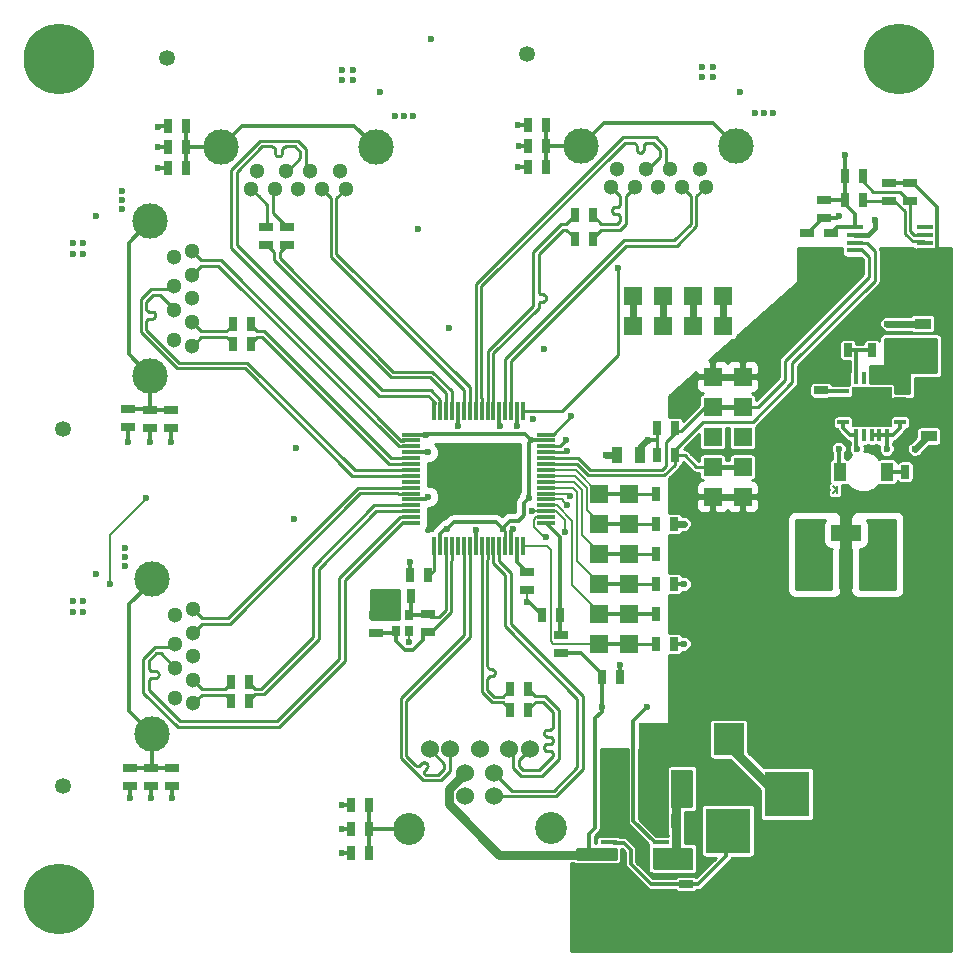
<source format=gbr>
G04 #@! TF.GenerationSoftware,KiCad,Pcbnew,(2017-08-08 revision 53204e097)-makepkg*
G04 #@! TF.CreationDate,2017-08-23T13:37:33+02:00*
G04 #@! TF.ProjectId,usbhub01a,7573626875623031612E6B696361645F,rev?*
G04 #@! TF.SameCoordinates,Original*
G04 #@! TF.FileFunction,Copper,L4,Bot,Signal*
G04 #@! TF.FilePolarity,Positive*
%FSLAX46Y46*%
G04 Gerber Fmt 4.6, Leading zero omitted, Abs format (unit mm)*
G04 Created by KiCad (PCBNEW (2017-08-08 revision 53204e097)-makepkg) date 08/23/17 13:37:33*
%MOMM*%
%LPD*%
G01*
G04 APERTURE LIST*
%ADD10C,0.150000*%
%ADD11R,1.050000X1.500000*%
%ADD12R,3.810000X3.810000*%
%ADD13R,0.750000X0.850000*%
%ADD14R,5.000000X5.000000*%
%ADD15R,1.500000X0.300000*%
%ADD16R,0.300000X1.500000*%
%ADD17C,1.524000*%
%ADD18C,2.700020*%
%ADD19R,1.397000X0.889000*%
%ADD20R,0.889000X1.397000*%
%ADD21C,1.350000*%
%ADD22R,1.524000X1.524000*%
%ADD23C,6.000000*%
%ADD24R,1.143000X3.400000*%
%ADD25R,10.800080X9.999980*%
%ADD26R,1.450000X0.450000*%
%ADD27R,1.000000X0.400000*%
%ADD28R,0.400000X1.000000*%
%ADD29R,1.675000X1.675000*%
%ADD30C,1.300000*%
%ADD31C,2.999740*%
%ADD32R,1.143000X0.635000*%
%ADD33R,0.635000X1.143000*%
%ADD34R,2.550160X2.700020*%
%ADD35C,0.600000*%
%ADD36C,0.600000*%
%ADD37C,0.300000*%
%ADD38C,0.250000*%
%ADD39C,0.200000*%
%ADD40C,0.800000*%
%ADD41C,0.270000*%
%ADD42C,0.500000*%
%ADD43C,0.400000*%
%ADD44C,0.254000*%
G04 APERTURE END LIST*
D10*
X177660300Y-102240080D02*
X177665380Y-102809040D01*
X177629820Y-102511860D02*
X177355500Y-102240080D01*
X177667920Y-102496620D02*
X177347880Y-102801420D01*
D11*
X177882800Y-100990400D03*
X181882800Y-100990400D03*
D12*
X173431200Y-134495400D03*
X173431200Y-128295400D03*
X168431200Y-131395400D03*
D13*
X141393400Y-113167800D03*
X141393400Y-114517800D03*
X140343400Y-114517800D03*
X140343400Y-113167800D03*
D14*
X147320000Y-101600000D03*
D15*
X153020000Y-97850000D03*
X153020000Y-98350000D03*
X153020000Y-98850000D03*
X153020000Y-99350000D03*
X153020000Y-99850000D03*
X153020000Y-100350000D03*
X153020000Y-100850000D03*
X153020000Y-101350000D03*
X153020000Y-101850000D03*
X153020000Y-102350000D03*
X153020000Y-102850000D03*
X153020000Y-103350000D03*
X153020000Y-103850000D03*
X153020000Y-104350000D03*
X153020000Y-104850000D03*
X153020000Y-105350000D03*
D16*
X151070000Y-107300000D03*
X150570000Y-107300000D03*
X150070000Y-107300000D03*
X149570000Y-107300000D03*
X149070000Y-107300000D03*
X148570000Y-107300000D03*
X148070000Y-107300000D03*
X147570000Y-107300000D03*
X147070000Y-107300000D03*
X146570000Y-107300000D03*
X146070000Y-107300000D03*
X145570000Y-107300000D03*
X145070000Y-107300000D03*
X144570000Y-107300000D03*
X144070000Y-107300000D03*
X143570000Y-107300000D03*
D15*
X141620000Y-105350000D03*
X141620000Y-104850000D03*
X141620000Y-104350000D03*
X141620000Y-103850000D03*
X141620000Y-103350000D03*
X141620000Y-102850000D03*
X141620000Y-102350000D03*
X141620000Y-101850000D03*
X141620000Y-101350000D03*
X141620000Y-100850000D03*
X141620000Y-100350000D03*
X141620000Y-99850000D03*
X141620000Y-99350000D03*
X141620000Y-98850000D03*
X141620000Y-98350000D03*
X141620000Y-97850000D03*
D16*
X143570000Y-95900000D03*
X144070000Y-95900000D03*
X144570000Y-95900000D03*
X145070000Y-95900000D03*
X145570000Y-95900000D03*
X146070000Y-95900000D03*
X146570000Y-95900000D03*
X147070000Y-95900000D03*
X147570000Y-95900000D03*
X148070000Y-95900000D03*
X148570000Y-95900000D03*
X149070000Y-95900000D03*
X149570000Y-95900000D03*
X150070000Y-95900000D03*
X150570000Y-95900000D03*
X151070000Y-95900000D03*
D17*
X151666000Y-124481000D03*
X149896000Y-124481000D03*
X147396000Y-124481000D03*
X144896000Y-124481000D03*
X143166000Y-124481000D03*
X148646000Y-126481000D03*
X146146000Y-126481000D03*
X146146000Y-128481000D03*
X148646000Y-128481000D03*
D18*
X153416000Y-131191000D03*
X141396720Y-131255500D03*
D19*
X156210000Y-133413500D03*
X156210000Y-135318500D03*
D20*
X175679100Y-106172000D03*
X177584100Y-106172000D03*
X164020500Y-126898400D03*
X162115500Y-126898400D03*
X181140100Y-106197400D03*
X179235100Y-106197400D03*
D19*
X185420000Y-97980500D03*
X185420000Y-96075500D03*
X185420000Y-92011500D03*
X185420000Y-93916500D03*
D21*
X112141000Y-127648000D03*
X112109000Y-97409000D03*
X120891000Y-66005848D03*
X151384000Y-65627000D03*
D22*
X169672000Y-103124000D03*
X167132000Y-103124000D03*
X169672000Y-100584000D03*
X167132000Y-100584000D03*
X169672000Y-98044000D03*
X167132000Y-98044000D03*
X169672000Y-95504000D03*
X167132000Y-95504000D03*
X169672000Y-92964000D03*
X167132000Y-92964000D03*
D23*
X182880000Y-66040000D03*
X182880000Y-137160000D03*
X111760000Y-66040000D03*
X111760000Y-137160000D03*
D24*
X176710340Y-109270800D03*
D25*
X178409600Y-120065800D03*
D24*
X180108860Y-109270800D03*
X178409600Y-109270800D03*
X175008540Y-109270800D03*
X181810660Y-109270800D03*
D26*
X185068000Y-80305000D03*
X185068000Y-80955000D03*
X185068000Y-81605000D03*
X185068000Y-82255000D03*
X179168000Y-82255000D03*
X179168000Y-81605000D03*
X179168000Y-80955000D03*
X179168000Y-80305000D03*
D27*
X182994000Y-94204000D03*
X182994000Y-94854000D03*
X182994000Y-95504000D03*
X182994000Y-96154000D03*
X182994000Y-96804000D03*
D28*
X181894000Y-97904000D03*
X181244000Y-97904000D03*
X180594000Y-97904000D03*
X179944000Y-97904000D03*
X179294000Y-97904000D03*
D27*
X178194000Y-96804000D03*
X178194000Y-96154000D03*
X178194000Y-95504000D03*
X178194000Y-94854000D03*
X178194000Y-94204000D03*
D28*
X179294000Y-93104000D03*
X179944000Y-93104000D03*
X180594000Y-93104000D03*
X181244000Y-93104000D03*
X181894000Y-93104000D03*
D29*
X179756500Y-96341500D03*
X179756500Y-94666500D03*
X181431500Y-96341500D03*
X181431500Y-94666500D03*
D30*
X123134000Y-120620000D03*
X123134000Y-118620000D03*
X123134000Y-116620000D03*
X123134000Y-114620000D03*
X123134000Y-112620000D03*
X121634000Y-120120000D03*
D31*
X119634000Y-110050000D03*
X119634000Y-123190000D03*
D30*
X121634000Y-113120000D03*
X121634000Y-115620000D03*
X121634000Y-117620000D03*
X123032400Y-90317800D03*
X123032400Y-88317800D03*
X123032400Y-86317800D03*
X123032400Y-84317800D03*
X123032400Y-82317800D03*
X121532400Y-89817800D03*
D31*
X119532400Y-79747800D03*
X119532400Y-92887800D03*
D30*
X121532400Y-82817800D03*
X121532400Y-85317800D03*
X121532400Y-87317800D03*
X158526000Y-76906000D03*
X160526000Y-76906000D03*
X162526000Y-76906000D03*
X164526000Y-76906000D03*
X166526000Y-76906000D03*
X159026000Y-75406000D03*
D31*
X169096000Y-73406000D03*
X155956000Y-73406000D03*
D30*
X166026000Y-75406000D03*
X163526000Y-75406000D03*
X161526000Y-75406000D03*
X128046000Y-77033000D03*
X130046000Y-77033000D03*
X132046000Y-77033000D03*
X134046000Y-77033000D03*
X136046000Y-77033000D03*
X128546000Y-75533000D03*
D31*
X138616000Y-73533000D03*
X125476000Y-73533000D03*
D30*
X135546000Y-75533000D03*
X133046000Y-75533000D03*
X131046000Y-75533000D03*
D19*
X184912000Y-88455500D03*
X184912000Y-90360500D03*
D20*
X159067500Y-99568000D03*
X160972500Y-99568000D03*
D32*
X177165000Y-82296000D03*
X177165000Y-80772000D03*
X138633200Y-113131600D03*
X138633200Y-114655600D03*
D33*
X141630400Y-111506000D03*
X140106400Y-111506000D03*
D32*
X151384000Y-110998000D03*
X151384000Y-109474000D03*
X117779800Y-126060200D03*
X117779800Y-127584200D03*
D33*
X126365000Y-118795800D03*
X127889000Y-118795800D03*
X127889000Y-120396000D03*
X126365000Y-120396000D03*
D32*
X121386600Y-127635000D03*
X121386600Y-126111000D03*
D33*
X136550400Y-133248400D03*
X138074400Y-133248400D03*
X151532332Y-121158000D03*
X150008332Y-121158000D03*
X151536400Y-119380000D03*
X150012400Y-119380000D03*
X138074400Y-131216400D03*
X136550400Y-131216400D03*
X157734000Y-118364000D03*
X159258000Y-118364000D03*
D32*
X119507000Y-95732600D03*
X119507000Y-97256600D03*
D33*
X126492000Y-88519000D03*
X128016000Y-88519000D03*
X128016000Y-90170000D03*
X126492000Y-90170000D03*
D32*
X121310400Y-97256600D03*
X121310400Y-95732600D03*
D33*
X153035000Y-71628000D03*
X151511000Y-71628000D03*
X121005600Y-71755000D03*
X122529600Y-71755000D03*
X156972000Y-81280000D03*
X155448000Y-81280000D03*
X155448000Y-79248000D03*
X156972000Y-79248000D03*
X151511000Y-73406000D03*
X153035000Y-73406000D03*
D32*
X131114800Y-80264000D03*
X131114800Y-81788000D03*
X129336800Y-81788000D03*
X129336800Y-80264000D03*
D33*
X121005600Y-73533000D03*
X122529600Y-73533000D03*
X178308000Y-75946000D03*
X179832000Y-75946000D03*
D32*
X183859942Y-76524170D03*
X183859942Y-78048170D03*
D33*
X178308000Y-77978000D03*
X179832000Y-77978000D03*
D32*
X182081942Y-78048170D03*
X182081942Y-76524170D03*
X176530000Y-77978000D03*
X176530000Y-79502000D03*
X175133000Y-82296000D03*
X175133000Y-80772000D03*
D33*
X162306000Y-115570000D03*
X163830000Y-115570000D03*
X163830000Y-113030000D03*
X162306000Y-113030000D03*
X163906200Y-97282000D03*
X162382200Y-97282000D03*
X163830000Y-110490000D03*
X162306000Y-110490000D03*
X162306000Y-102870000D03*
X163830000Y-102870000D03*
D32*
X143052800Y-113080800D03*
X143052800Y-114604800D03*
D33*
X163906200Y-99593400D03*
X162382200Y-99593400D03*
X163830000Y-105410000D03*
X162306000Y-105410000D03*
X163830000Y-107950000D03*
X162306000Y-107950000D03*
X143002000Y-109728000D03*
X141478000Y-109728000D03*
X152654000Y-113131600D03*
X154178000Y-113131600D03*
D32*
X154305000Y-116332000D03*
X154305000Y-114808000D03*
D33*
X183438800Y-100990400D03*
X184962800Y-100990400D03*
D32*
X176276000Y-94107000D03*
X176276000Y-92583000D03*
D33*
X182118000Y-90678000D03*
X180594000Y-90678000D03*
X177038000Y-90678000D03*
X178562000Y-90678000D03*
D32*
X119608600Y-127609600D03*
X119608600Y-126085600D03*
D33*
X136550400Y-129184400D03*
X138074400Y-129184400D03*
D32*
X117652800Y-97231200D03*
X117652800Y-95707200D03*
D33*
X151511000Y-75184000D03*
X153035000Y-75184000D03*
X121005600Y-75311000D03*
X122529600Y-75311000D03*
D22*
X168046400Y-86156800D03*
X168046400Y-88696800D03*
X165506400Y-86156800D03*
X165506400Y-88696800D03*
X162966400Y-86156800D03*
X162966400Y-88696800D03*
X160426400Y-86156800D03*
X160426400Y-88696800D03*
X157530800Y-102870000D03*
X160070800Y-102870000D03*
X157530800Y-105410000D03*
X160070800Y-105410000D03*
X157530800Y-107950000D03*
X160070800Y-107950000D03*
X157530800Y-110490000D03*
X160070800Y-110490000D03*
X157530800Y-113030000D03*
X160070800Y-113030000D03*
X157530800Y-115570000D03*
X160070800Y-115570000D03*
D20*
X162115500Y-128778000D03*
X164020500Y-128778000D03*
D32*
X164846000Y-134366000D03*
X164846000Y-135890000D03*
D26*
X158328000Y-134325000D03*
X158328000Y-133675000D03*
X158328000Y-133025000D03*
X158328000Y-132375000D03*
X162728000Y-132375000D03*
X162728000Y-133025000D03*
X162728000Y-133675000D03*
X162728000Y-134325000D03*
D33*
X163982400Y-130556000D03*
X162458400Y-130556000D03*
D34*
X162128200Y-123647200D03*
X168478200Y-123647200D03*
D35*
X158112257Y-99567219D03*
X144678400Y-105841798D03*
X149377400Y-105867200D03*
X151604303Y-103184046D03*
X142865800Y-97850000D03*
X151790400Y-98350000D03*
X185826400Y-83083400D03*
X161170383Y-126887767D03*
X161158751Y-128772183D03*
X159700279Y-130507993D03*
X161620200Y-130530600D03*
X158343600Y-135356602D03*
X152857200Y-90576400D03*
X131826000Y-99009202D03*
X151892006Y-96570800D03*
X131724400Y-105003600D03*
X142214075Y-80417696D03*
X143289827Y-64368409D03*
X144766291Y-88807594D03*
X139095894Y-112122354D03*
X141393400Y-115450722D03*
X178409600Y-105460800D03*
X159258000Y-117348000D03*
X149352000Y-103632000D03*
X148336000Y-103632000D03*
X147320000Y-103632000D03*
X146304000Y-103632008D03*
X145288000Y-103631976D03*
X145287984Y-102616000D03*
X146304024Y-102616000D03*
X147320000Y-101600006D03*
X146304000Y-101663508D03*
X149352000Y-102616000D03*
X148335976Y-102616000D03*
X147320000Y-102616000D03*
X186041865Y-106148277D03*
X178409600Y-106984802D03*
X165483466Y-99423182D03*
X165481000Y-101803200D03*
X165197090Y-140036784D03*
X178409600Y-106172000D03*
X164506768Y-95321494D03*
X167132000Y-66724000D03*
X166192000Y-66724000D03*
X167132000Y-67564000D03*
X166192000Y-67564000D03*
X135712000Y-67803000D03*
X136652000Y-67803000D03*
X135712000Y-66963000D03*
X136652000Y-66963000D03*
X113793800Y-81661000D03*
X112953800Y-81661000D03*
X112953800Y-82601000D03*
X113793800Y-82601000D03*
X113846935Y-112857607D03*
X113006935Y-112857607D03*
X113846935Y-111917607D03*
X113006935Y-111917607D03*
X181457600Y-121208800D03*
X178282600Y-121208800D03*
X181457600Y-123748800D03*
X175107600Y-123748800D03*
X175107600Y-121208800D03*
X181457600Y-118668800D03*
X181457600Y-116128800D03*
X175107600Y-118668800D03*
X175107600Y-116128800D03*
X178282600Y-123748808D03*
X178282600Y-118668800D03*
X178282600Y-116128800D03*
X177174797Y-83141323D03*
X185420000Y-94996000D03*
X181431500Y-96341500D03*
X179756500Y-96341500D03*
X181431500Y-94666500D03*
X179756500Y-94666500D03*
X141492327Y-108646297D03*
X150692362Y-75186567D03*
X150697931Y-73387792D03*
X150692362Y-71622431D03*
X120188551Y-71773020D03*
X120187716Y-75315538D03*
X120175096Y-73529748D03*
X121310400Y-98467967D03*
X119514925Y-98470707D03*
X117647060Y-98475533D03*
X121377447Y-128637691D03*
X119598920Y-128648635D03*
X117776615Y-128654108D03*
X135735981Y-133241425D03*
X135731625Y-131222624D03*
X135727270Y-129193110D03*
X149352000Y-99631500D03*
X148336000Y-99631500D03*
X147320000Y-99631498D03*
X146304000Y-99631500D03*
X145298321Y-99616649D03*
X146304000Y-100520500D03*
X149352000Y-101663500D03*
X148336000Y-101663500D03*
X145288000Y-101663500D03*
X148336000Y-100520500D03*
X147320000Y-100520504D03*
X149351994Y-100520500D03*
X151384000Y-112014000D03*
X145288000Y-100520506D03*
X176276000Y-91821000D03*
X143052800Y-103124000D03*
X147066000Y-105948011D03*
X150228151Y-105857348D03*
X150571200Y-97155012D03*
X149085132Y-97147483D03*
X145575544Y-97147483D03*
X181927500Y-88455500D03*
X143002000Y-99364800D03*
X161696400Y-98348800D03*
X164678383Y-110506318D03*
X164669506Y-115557613D03*
X182219600Y-106984800D03*
X182219600Y-105460800D03*
X182219600Y-106222800D03*
X169418000Y-68884804D03*
X138938000Y-68884798D03*
X184277000Y-99059992D03*
X164668200Y-105410000D03*
X177800000Y-99060000D03*
X179324000Y-99060000D03*
X181864000Y-99060000D03*
X114935000Y-79311500D03*
X114935000Y-109664500D03*
X178308000Y-74168000D03*
X165023800Y-126873000D03*
X165023796Y-127863600D03*
X165023798Y-128778000D03*
X174599600Y-105460800D03*
X174599600Y-106222800D03*
X174599607Y-106984793D03*
X171450000Y-70612000D03*
X172212000Y-70612006D03*
X170688024Y-70612000D03*
X117348000Y-108965976D03*
X117348006Y-107442000D03*
X117348000Y-108204000D03*
X140208024Y-70866000D03*
X141732000Y-70866006D03*
X140970000Y-70866000D03*
X117094000Y-77978000D03*
X117094006Y-77216000D03*
X117094000Y-78739976D03*
X157751012Y-120891120D03*
X154663957Y-106064270D03*
X154818146Y-103829646D03*
X155068767Y-103069904D03*
X151831200Y-104299568D03*
X159156402Y-83718400D03*
X155171957Y-96266000D03*
X154676010Y-98348800D03*
X154766040Y-99225000D03*
X180902886Y-79701114D03*
X177799996Y-79375000D03*
X153021473Y-106566525D03*
X119189500Y-103251000D03*
X116078000Y-110490000D03*
X161613242Y-120931067D03*
D36*
X159067500Y-99568000D02*
X158113038Y-99568000D01*
X158113038Y-99568000D02*
X158112257Y-99567219D01*
D37*
X145222197Y-105298001D02*
X144978399Y-105541799D01*
X144978399Y-105541799D02*
X144678400Y-105841798D01*
X148808201Y-105298001D02*
X145222197Y-105298001D01*
X149377400Y-105867200D02*
X148808201Y-105298001D01*
X144478202Y-105841798D02*
X144678400Y-105841798D01*
X144070000Y-106250000D02*
X144478202Y-105841798D01*
X144070000Y-107300000D02*
X144070000Y-106250000D01*
X151604303Y-103184046D02*
X151180800Y-103607549D01*
X151180800Y-103607549D02*
X151180800Y-104673400D01*
X151180800Y-104673400D02*
X150698200Y-105156000D01*
X150698200Y-105156000D02*
X149987000Y-105156000D01*
X149987000Y-105156000D02*
X149377400Y-105765600D01*
X149377400Y-105765600D02*
X149377400Y-105867200D01*
D38*
X149570000Y-106059800D02*
X149377400Y-105867200D01*
X149570000Y-107300000D02*
X149570000Y-106059800D01*
D37*
X151604303Y-103184046D02*
X151604303Y-98536097D01*
X151604303Y-98536097D02*
X151790400Y-98350000D01*
X151790400Y-98350000D02*
X151281200Y-97840800D01*
X151281200Y-97840800D02*
X142875000Y-97840800D01*
X142875000Y-97840800D02*
X142865800Y-97850000D01*
X141620000Y-97850000D02*
X142865800Y-97850000D01*
X151970000Y-98350000D02*
X151790400Y-98350000D01*
X151970000Y-98350000D02*
X153020000Y-98350000D01*
X141620001Y-97849999D02*
X141620000Y-97850000D01*
X185402136Y-83083400D02*
X185826400Y-83083400D01*
X185318400Y-83083400D02*
X185402136Y-83083400D01*
X185068000Y-82833000D02*
X185318400Y-83083400D01*
X185068000Y-82255000D02*
X185068000Y-82833000D01*
X162115500Y-126898400D02*
X162115500Y-124320300D01*
X162115500Y-124320300D02*
X162204400Y-124231400D01*
X162115500Y-126898400D02*
X161181016Y-126898400D01*
X161181016Y-126898400D02*
X161170383Y-126887767D01*
X162115500Y-128778000D02*
X161164568Y-128778000D01*
X161164568Y-128778000D02*
X161158751Y-128772183D01*
X161645600Y-130556000D02*
X161620200Y-130530600D01*
X162458400Y-130556000D02*
X161645600Y-130556000D01*
X162115500Y-128778000D02*
X162306000Y-128968500D01*
X162306000Y-128968500D02*
X162306000Y-130403600D01*
X162306000Y-130403600D02*
X162458400Y-130556000D01*
X162115500Y-128778000D02*
X162128200Y-128790700D01*
X158328000Y-135341002D02*
X158343600Y-135356602D01*
X158328000Y-134325000D02*
X158328000Y-135341002D01*
X158305498Y-135318500D02*
X158343600Y-135356602D01*
X156210000Y-135318500D02*
X158305498Y-135318500D01*
X156273500Y-135318500D02*
X156210000Y-135318500D01*
X162115500Y-126898400D02*
X162115500Y-128778000D01*
X165197090Y-140036784D02*
X169866216Y-140036784D01*
X169866216Y-140036784D02*
X173228000Y-136675000D01*
X173228000Y-136675000D02*
X173228000Y-134470000D01*
D39*
X143438340Y-64368409D02*
X143289827Y-64368409D01*
D37*
X138633200Y-113131600D02*
X138684000Y-113080800D01*
X138684000Y-113080800D02*
X139039600Y-113080800D01*
X139039600Y-113080800D02*
X139039600Y-112178648D01*
X139039600Y-112178648D02*
X139095894Y-112122354D01*
X139095894Y-112122354D02*
X139490046Y-112122354D01*
X139490046Y-112122354D02*
X140106400Y-111506000D01*
X140106400Y-111506000D02*
X140106400Y-112930800D01*
X140106400Y-112930800D02*
X140343400Y-113167800D01*
X138633200Y-113131600D02*
X140307200Y-113131600D01*
X140307200Y-113131600D02*
X140343400Y-113167800D01*
D39*
X141393400Y-114517800D02*
X141393400Y-115450722D01*
D37*
X178409600Y-106172000D02*
X178409600Y-105460800D01*
X159258000Y-118364000D02*
X159258000Y-117348000D01*
X163830000Y-107950000D02*
X165557200Y-109677200D01*
X165557200Y-109677200D02*
X165557200Y-111175800D01*
X165557200Y-111175800D02*
X163830000Y-112903000D01*
X147320000Y-102616000D02*
X147320000Y-101600006D01*
X147320000Y-100520504D02*
X147320000Y-101600006D01*
X184962800Y-100990400D02*
X184962800Y-105069212D01*
X184962800Y-105069212D02*
X186041865Y-106148277D01*
X178409600Y-106172000D02*
X178409600Y-106984802D01*
X178409600Y-109270800D02*
X178409600Y-106984802D01*
X165481000Y-101836500D02*
X165481000Y-101803200D01*
X164447500Y-102870000D02*
X165481000Y-101836500D01*
X163830000Y-102870000D02*
X164447500Y-102870000D01*
X177584100Y-106172000D02*
X178409600Y-106172000D01*
X178409600Y-106172000D02*
X179209700Y-106172000D01*
X179209700Y-106172000D02*
X179235100Y-106197400D01*
X167132000Y-92964000D02*
X166070000Y-92964000D01*
X166070000Y-92964000D02*
X164506768Y-94527232D01*
X164506768Y-94527232D02*
X164506768Y-95321494D01*
X181457600Y-123748800D02*
X181457600Y-121208800D01*
X178282600Y-121208800D02*
X175107600Y-121208800D01*
X178282600Y-121208800D02*
X178282600Y-123748808D01*
X178282600Y-121208800D02*
X178282600Y-118668800D01*
X181457592Y-123748808D02*
X181457600Y-123748800D01*
X178282600Y-123748808D02*
X181457592Y-123748808D01*
X175107608Y-123748808D02*
X175107600Y-123748800D01*
X178282600Y-123748808D02*
X175107608Y-123748808D01*
X178282600Y-118668800D02*
X181457600Y-118668800D01*
X178282600Y-116128800D02*
X181457600Y-116128800D01*
X178282600Y-118668800D02*
X175107600Y-118668800D01*
X178282600Y-116128800D02*
X175107600Y-116128800D01*
X178282600Y-116128800D02*
X178282600Y-118668800D01*
X177165000Y-82296000D02*
X177165000Y-83131526D01*
X177165000Y-83131526D02*
X177174797Y-83141323D01*
X185420000Y-96075500D02*
X185420000Y-94996000D01*
X185420000Y-93916500D02*
X185420000Y-94996000D01*
X141478000Y-109728000D02*
X141478000Y-108660624D01*
X141478000Y-108660624D02*
X141492327Y-108646297D01*
X152654000Y-113131600D02*
X152654000Y-113106200D01*
X152654000Y-113106200D02*
X151561800Y-112014000D01*
X151561800Y-112014000D02*
X151384000Y-112014000D01*
X151511000Y-75184000D02*
X150694929Y-75184000D01*
X150694929Y-75184000D02*
X150692362Y-75186567D01*
X151511000Y-73406000D02*
X150716139Y-73406000D01*
X150716139Y-73406000D02*
X150697931Y-73387792D01*
X151511000Y-71628000D02*
X150697931Y-71628000D01*
X150697931Y-71628000D02*
X150692362Y-71622431D01*
X121005600Y-71755000D02*
X120206571Y-71755000D01*
X120206571Y-71755000D02*
X120188551Y-71773020D01*
X121005600Y-75311000D02*
X120192254Y-75311000D01*
X120192254Y-75311000D02*
X120187716Y-75315538D01*
X121005600Y-73533000D02*
X120178348Y-73533000D01*
X120178348Y-73533000D02*
X120175096Y-73529748D01*
X121310400Y-97256600D02*
X121310400Y-98467967D01*
X119507000Y-97256600D02*
X119507000Y-98462782D01*
X119507000Y-98462782D02*
X119514925Y-98470707D01*
X117652800Y-97231200D02*
X117652800Y-98469793D01*
X117652800Y-98469793D02*
X117647060Y-98475533D01*
X121386600Y-127635000D02*
X121386600Y-128628538D01*
X121386600Y-128628538D02*
X121377447Y-128637691D01*
X119608600Y-127609600D02*
X119608600Y-128638955D01*
X119608600Y-128638955D02*
X119598920Y-128648635D01*
X117779800Y-127584200D02*
X117779800Y-128650923D01*
X117779800Y-128650923D02*
X117776615Y-128654108D01*
X136550400Y-133248400D02*
X135742956Y-133248400D01*
X135742956Y-133248400D02*
X135735981Y-133241425D01*
X136550400Y-131216400D02*
X135737849Y-131216400D01*
X135737849Y-131216400D02*
X135731625Y-131222624D01*
X136550400Y-129184400D02*
X135735980Y-129184400D01*
X135735980Y-129184400D02*
X135727270Y-129193110D01*
X185068000Y-82255000D02*
X186093000Y-82255000D01*
X186093000Y-82255000D02*
X186143001Y-82204999D01*
X186143001Y-82204999D02*
X186143001Y-78574001D01*
X186143001Y-78574001D02*
X184129228Y-76560228D01*
X183896000Y-76560228D02*
X183859942Y-76524170D01*
X184129228Y-76560228D02*
X183896000Y-76560228D01*
X183859942Y-76524170D02*
X182081942Y-76524170D01*
X149352000Y-100076000D02*
X149352000Y-99631500D01*
X148780500Y-100076000D02*
X148635999Y-99931499D01*
X148635999Y-99931499D02*
X148336000Y-99631500D01*
X149054736Y-100076000D02*
X148780500Y-100076000D01*
X147320000Y-100520504D02*
X147764504Y-100076000D01*
X147764504Y-100076000D02*
X149054736Y-100076000D01*
X149352000Y-101663500D02*
X149352000Y-100076000D01*
X149054736Y-100076000D02*
X149352000Y-100076000D01*
X145288000Y-100520506D02*
X145288000Y-101663500D01*
D39*
X151384000Y-110998000D02*
X151384000Y-112014000D01*
D37*
X176276000Y-92583000D02*
X176276000Y-91821000D01*
X163830000Y-112903000D02*
X163830000Y-113030000D01*
X182994000Y-95504000D02*
X182994000Y-96154000D01*
X182994000Y-94854000D02*
X182994000Y-95504000D01*
X178194000Y-95504000D02*
X178194000Y-96154000D01*
X178194000Y-94854000D02*
X178194000Y-95504000D01*
D36*
X169672000Y-92964000D02*
X167132000Y-92964000D01*
X169672000Y-103124000D02*
X167132000Y-103124000D01*
D37*
X142826800Y-103350000D02*
X143052800Y-103124000D01*
X141620000Y-103350000D02*
X142826800Y-103350000D01*
X147070000Y-105952011D02*
X147066000Y-105948011D01*
X147070000Y-107300000D02*
X147070000Y-105952011D01*
X150070000Y-107300000D02*
X150070000Y-106015499D01*
X150070000Y-106015499D02*
X150228151Y-105857348D01*
X145570000Y-95900000D02*
X145570000Y-97141939D01*
X145570000Y-97141939D02*
X145575544Y-97147483D01*
X149070000Y-95900000D02*
X149070000Y-97132351D01*
X149070000Y-97132351D02*
X149085132Y-97147483D01*
X150570000Y-95900000D02*
X150570000Y-97153812D01*
X150570000Y-97153812D02*
X150571200Y-97155012D01*
D36*
X184912000Y-88455500D02*
X181927500Y-88455500D01*
X184848500Y-88392000D02*
X184912000Y-88455500D01*
D37*
X142987200Y-99350000D02*
X141620000Y-99350000D01*
X143002000Y-99364800D02*
X142987200Y-99350000D01*
D38*
X162382200Y-97282000D02*
X162382200Y-98348800D01*
D37*
X162120664Y-98348800D02*
X162382200Y-98348800D01*
D38*
X162382200Y-98348800D02*
X162382200Y-99593400D01*
D37*
X161696400Y-98348800D02*
X162120664Y-98348800D01*
D36*
X161696400Y-98348800D02*
X161544000Y-98348800D01*
X161544000Y-98348800D02*
X161036000Y-98856800D01*
X161036000Y-98856800D02*
X161036000Y-99504500D01*
X161036000Y-99504500D02*
X160972500Y-99568000D01*
D38*
X162356800Y-99568000D02*
X162382200Y-99593400D01*
D37*
X164678383Y-110506318D02*
X163846318Y-110506318D01*
X163846318Y-110506318D02*
X163830000Y-110490000D01*
X163830000Y-115570000D02*
X164657119Y-115570000D01*
X164657119Y-115570000D02*
X164669506Y-115557613D01*
X177800000Y-99060000D02*
X177800000Y-100907600D01*
X177800000Y-100907600D02*
X177882800Y-100990400D01*
X182219600Y-106560536D02*
X182219600Y-106984800D01*
X182219600Y-106532400D02*
X182219600Y-106560536D01*
X181884600Y-106197400D02*
X182219600Y-106532400D01*
X181140100Y-106197400D02*
X181884600Y-106197400D01*
D36*
X185420000Y-97980500D02*
X185356500Y-98044000D01*
X185356500Y-98044000D02*
X185293000Y-98044000D01*
X185293000Y-98044000D02*
X184277008Y-99059992D01*
X184277008Y-99059992D02*
X184277000Y-99059992D01*
X163830000Y-105410000D02*
X164668200Y-105410000D01*
D37*
X179294000Y-97904000D02*
X179294000Y-99030000D01*
X179294000Y-99030000D02*
X179324000Y-99060000D01*
X181894000Y-97904000D02*
X181894000Y-99030000D01*
X181894000Y-99030000D02*
X181864000Y-99060000D01*
X178308000Y-75946000D02*
X178308000Y-74168000D01*
X179168000Y-80305000D02*
X179168000Y-79219000D01*
X179168000Y-79219000D02*
X178308000Y-78359000D01*
X178308000Y-78359000D02*
X178308000Y-77978000D01*
X179168000Y-80305000D02*
X177632000Y-80305000D01*
X177632000Y-80305000D02*
X177165000Y-80772000D01*
X178308000Y-77978000D02*
X178308000Y-75946000D01*
X176530000Y-77978000D02*
X178308000Y-77978000D01*
X181244000Y-97904000D02*
X181894000Y-97904000D01*
X180594000Y-97904000D02*
X181244000Y-97904000D01*
X179294000Y-97904000D02*
X178794000Y-97904000D01*
X178794000Y-97904000D02*
X178194000Y-97304000D01*
X178194000Y-97304000D02*
X178194000Y-96804000D01*
X181894000Y-97904000D02*
X182394000Y-97904000D01*
X182394000Y-97904000D02*
X182994000Y-97304000D01*
X182994000Y-97304000D02*
X182994000Y-96804000D01*
D38*
X145070000Y-107300000D02*
X145070000Y-108489611D01*
X145020010Y-108539601D02*
X145020010Y-112891590D01*
X145070000Y-108489611D02*
X145020010Y-108539601D01*
X145020010Y-112891590D02*
X143306800Y-114604800D01*
X143306800Y-114604800D02*
X143052800Y-114604800D01*
D37*
X140343400Y-114517800D02*
X140343400Y-115362724D01*
X140343400Y-115362724D02*
X141081399Y-116100723D01*
X141081399Y-116100723D02*
X141760077Y-116100723D01*
X142646400Y-114655600D02*
X142697200Y-114604800D01*
X141760077Y-116100723D02*
X142646400Y-115214400D01*
X142646400Y-115214400D02*
X142646400Y-114655600D01*
X142697200Y-114604800D02*
X143052800Y-114604800D01*
X138633200Y-114655600D02*
X140205600Y-114655600D01*
X140205600Y-114655600D02*
X140343400Y-114517800D01*
D38*
X143256000Y-113284000D02*
X143967200Y-113284000D01*
X143967200Y-113284000D02*
X144570000Y-112681200D01*
X144570000Y-112681200D02*
X144570000Y-111766800D01*
X144570000Y-111766800D02*
X144570000Y-107300000D01*
X143256000Y-113284000D02*
X143052800Y-113080800D01*
D37*
X141393400Y-113167800D02*
X142965800Y-113167800D01*
X142965800Y-113167800D02*
X143052800Y-113080800D01*
X141630400Y-111506000D02*
X141630400Y-112930800D01*
X141630400Y-112930800D02*
X141393400Y-113167800D01*
X150570000Y-107300000D02*
X150570000Y-108660000D01*
X150570000Y-108660000D02*
X151384000Y-109474000D01*
D40*
X173228000Y-128270000D02*
X172593000Y-128270000D01*
X172593000Y-128270000D02*
X168554400Y-124231400D01*
X164020500Y-128778000D02*
X164020500Y-130543300D01*
X164020500Y-130543300D02*
X164033200Y-130556000D01*
X164033200Y-133099802D02*
X164033200Y-133172200D01*
X164033200Y-130556000D02*
X164033200Y-131650198D01*
X164033200Y-131650198D02*
X164053001Y-131669999D01*
X164053001Y-131669999D02*
X164053001Y-133080001D01*
X164053001Y-133080001D02*
X164033200Y-133099802D01*
X164033200Y-133172200D02*
X163530400Y-133675000D01*
X163530400Y-133675000D02*
X162728000Y-133675000D01*
D37*
X165023796Y-126873004D02*
X165023800Y-126873000D01*
X165023796Y-127863600D02*
X165023796Y-126873004D01*
D36*
X164020500Y-126898400D02*
X164045900Y-126873000D01*
X164599536Y-126873000D02*
X165023800Y-126873000D01*
X164045900Y-126873000D02*
X164599536Y-126873000D01*
D37*
X165023798Y-127863602D02*
X165023796Y-127863600D01*
X165023798Y-128778000D02*
X165023798Y-127863602D01*
D36*
X164020500Y-128778000D02*
X165023798Y-128778000D01*
D37*
X164871400Y-128778000D02*
X165023798Y-128778000D01*
D40*
X164020500Y-128778000D02*
X164020500Y-126898400D01*
D37*
X174650400Y-106172000D02*
X174599600Y-106222800D01*
X175679100Y-106172000D02*
X174650400Y-106172000D01*
D36*
X176758600Y-109319060D02*
X176710340Y-109270800D01*
X181874160Y-109207300D02*
X181810660Y-109270800D01*
D37*
X181244000Y-93104000D02*
X180594000Y-93104000D01*
X181894000Y-93104000D02*
X181244000Y-93104000D01*
X182994000Y-94204000D02*
X182994000Y-93704000D01*
X182994000Y-93704000D02*
X182394000Y-93104000D01*
X182394000Y-93104000D02*
X181894000Y-93104000D01*
X157530800Y-115570000D02*
X160070800Y-115570000D01*
D39*
X151070000Y-107300000D02*
X151881606Y-107300000D01*
X151881606Y-107300000D02*
X151892006Y-107289600D01*
X151892006Y-107289600D02*
X153111200Y-107289600D01*
X153111200Y-107289600D02*
X153423901Y-107602301D01*
X153423901Y-107602301D02*
X153423901Y-115355903D01*
X153423901Y-115355903D02*
X153637998Y-115570000D01*
X153637998Y-115570000D02*
X156972000Y-115570000D01*
X156972000Y-115570000D02*
X157632400Y-115570000D01*
X153020000Y-101850000D02*
X155399106Y-101850000D01*
X155399106Y-101850000D02*
X156068788Y-102519682D01*
X156068788Y-102519682D02*
X156068788Y-103650860D01*
X156068788Y-103650860D02*
X156063989Y-103655659D01*
X156063989Y-103655659D02*
X156063989Y-106330789D01*
X156063989Y-106330789D02*
X157632400Y-107899200D01*
X157632400Y-107899200D02*
X157632400Y-107950000D01*
D37*
X157530800Y-107950000D02*
X160070800Y-107950000D01*
D39*
X155333406Y-102350000D02*
X155668777Y-102685371D01*
X155668777Y-103485171D02*
X155663978Y-103489970D01*
X155663978Y-108521578D02*
X157632400Y-110490000D01*
X153020000Y-102350000D02*
X155333406Y-102350000D01*
X155668777Y-102685371D02*
X155668777Y-103485171D01*
X155663978Y-103489970D02*
X155663978Y-108521578D01*
D37*
X157530800Y-110490000D02*
X160070800Y-110490000D01*
D39*
X156468799Y-102353993D02*
X156468799Y-104246399D01*
X153020000Y-101350000D02*
X155464806Y-101350000D01*
X156468799Y-104246399D02*
X157632400Y-105410000D01*
X155464806Y-101350000D02*
X156468799Y-102353993D01*
D37*
X157530800Y-105410000D02*
X160070800Y-105410000D01*
D39*
X157530800Y-102850296D02*
X157530800Y-102870000D01*
X155530504Y-100850000D02*
X157530800Y-102850296D01*
X153020000Y-100850000D02*
X155530504Y-100850000D01*
D37*
X157530800Y-102870000D02*
X160070800Y-102870000D01*
D39*
X153020000Y-103850000D02*
X153970000Y-103850000D01*
X153970000Y-103850000D02*
X155263967Y-105143967D01*
X155263967Y-105143967D02*
X155263967Y-110610767D01*
X155263967Y-110610767D02*
X157632400Y-112979200D01*
X157632400Y-112979200D02*
X157632400Y-113030000D01*
D37*
X157530800Y-113030000D02*
X160070800Y-113030000D01*
D38*
X153020000Y-99850000D02*
X155767970Y-99850000D01*
X155767970Y-99850000D02*
X156755969Y-100837999D01*
X163906200Y-97536000D02*
X164473700Y-97536000D01*
X156755969Y-100837999D02*
X162850600Y-100837999D01*
X162850600Y-100837999D02*
X163144200Y-100544400D01*
X166505700Y-95504000D02*
X167132000Y-95504000D01*
X163144200Y-100544400D02*
X163144200Y-98475800D01*
X163144200Y-98475800D02*
X163906200Y-97713800D01*
X163906200Y-97713800D02*
X163906200Y-97536000D01*
X164473700Y-97536000D02*
X166505700Y-95504000D01*
D37*
X153020000Y-105350000D02*
X154178000Y-106508000D01*
X154178000Y-112260100D02*
X154178000Y-113131600D01*
X154178000Y-106508000D02*
X154178000Y-112260100D01*
X154178000Y-113131600D02*
X154178000Y-114681000D01*
X154178000Y-114681000D02*
X154305000Y-114808000D01*
D40*
X156210000Y-133413500D02*
X149062738Y-133413500D01*
X149062738Y-133413500D02*
X144783999Y-129134761D01*
X144783999Y-129134761D02*
X144783999Y-127827239D01*
X144783999Y-127827239D02*
X144799761Y-127827239D01*
X144799761Y-127827239D02*
X146146000Y-126481000D01*
D37*
X157751012Y-120891120D02*
X157751012Y-121315384D01*
X157751012Y-121315384D02*
X157175200Y-121891196D01*
X157175200Y-121891196D02*
X157175200Y-131140200D01*
X157175200Y-131140200D02*
X156667200Y-131648200D01*
X156667200Y-131648200D02*
X156667200Y-132956300D01*
X156667200Y-132956300D02*
X156210000Y-133413500D01*
X157751012Y-120891120D02*
X157751012Y-118381012D01*
X157751012Y-118381012D02*
X157734000Y-118364000D01*
X154305000Y-116332000D02*
X155956000Y-116332000D01*
X155956000Y-116332000D02*
X157734000Y-118110000D01*
X157734000Y-118110000D02*
X157734000Y-118364000D01*
D39*
X153884796Y-104350000D02*
X154663957Y-105129161D01*
X154663957Y-105640006D02*
X154663957Y-106064270D01*
X153020000Y-104350000D02*
X153884796Y-104350000D01*
X154663957Y-105129161D02*
X154663957Y-105640006D01*
D36*
X160426400Y-86156800D02*
X160426400Y-88696800D01*
D39*
X154338500Y-103350000D02*
X154518147Y-103529647D01*
X153020000Y-103350000D02*
X154338500Y-103350000D01*
X154518147Y-103529647D02*
X154818146Y-103829646D01*
D41*
X121634000Y-117620000D02*
X120396800Y-116382800D01*
X119631090Y-118484121D02*
X119567681Y-118506309D01*
X119405368Y-117643356D02*
X119427556Y-117706765D01*
X120210777Y-118306765D02*
X120175036Y-118363646D01*
X120232965Y-118109843D02*
X120240486Y-118176600D01*
X120396800Y-116382800D02*
X120039478Y-116382800D01*
X119697846Y-117876600D02*
X119940486Y-117876600D01*
X140620557Y-104865000D02*
X141005000Y-104865000D01*
X120039478Y-116382800D02*
X119397846Y-117024432D01*
X119397846Y-117024432D02*
X119397846Y-117576600D01*
X119567681Y-117846890D02*
X119631090Y-117869078D01*
X120007243Y-117884121D02*
X120070652Y-117906309D01*
X120127533Y-118411149D02*
X120070652Y-118446890D01*
X119397846Y-117576600D02*
X119405368Y-117643356D01*
X119427556Y-117706765D02*
X119463297Y-117763646D01*
X120175036Y-118363646D02*
X120127533Y-118411149D01*
X119463297Y-117763646D02*
X119510800Y-117811149D01*
X120175036Y-117989553D02*
X120210777Y-118046434D01*
X119510800Y-117811149D02*
X119567681Y-117846890D01*
X119940486Y-117876600D02*
X120007243Y-117884121D01*
X120127533Y-117942050D02*
X120175036Y-117989553D01*
X119631090Y-117869078D02*
X119697846Y-117876600D01*
X120070652Y-117906309D02*
X120127533Y-117942050D01*
X120210777Y-118046434D02*
X120232965Y-118109843D01*
X120070652Y-118446890D02*
X120007243Y-118469078D01*
X120232965Y-118243356D02*
X120210777Y-118306765D01*
X120240486Y-118176600D02*
X120232965Y-118243356D01*
X120007243Y-118469078D02*
X119940486Y-118476600D01*
X119940486Y-118476600D02*
X119697846Y-118476600D01*
X119697846Y-118476600D02*
X119631090Y-118484121D01*
X119567681Y-118506309D02*
X119510800Y-118542050D01*
X141005000Y-104865000D02*
X141020000Y-104850000D01*
X119510800Y-118542050D02*
X119463297Y-118589553D01*
X119463297Y-118589553D02*
X119427556Y-118646434D01*
X135516269Y-109969288D02*
X140620557Y-104865000D01*
X119427556Y-118646434D02*
X119405368Y-118709843D01*
X119405368Y-118709843D02*
X119397846Y-118776600D01*
X119397846Y-118776600D02*
X119397846Y-119510619D01*
X119397846Y-119510619D02*
X122018765Y-122131538D01*
X122018765Y-122131538D02*
X130211829Y-122131538D01*
X130211829Y-122131538D02*
X135516269Y-116827098D01*
X135516269Y-116827098D02*
X135516269Y-109969288D01*
X141620000Y-105350000D02*
X141020000Y-105350000D01*
X141020000Y-105350000D02*
X141005000Y-105335000D01*
X118927846Y-116829748D02*
X119933594Y-115824000D01*
X141005000Y-105335000D02*
X140815241Y-105335000D01*
X118927846Y-119705303D02*
X118927846Y-116829748D01*
X140815241Y-105335000D02*
X135986269Y-110163972D01*
X135986269Y-110163972D02*
X135986269Y-117021782D01*
X135986269Y-117021782D02*
X130406513Y-122601538D01*
X130406513Y-122601538D02*
X121824081Y-122601538D01*
X121824081Y-122601538D02*
X118927846Y-119705303D01*
X119933594Y-115824000D02*
X121430000Y-115824000D01*
X121430000Y-115824000D02*
X121634000Y-115620000D01*
X150025191Y-109533324D02*
X150025191Y-113909865D01*
X149555200Y-109728000D02*
X149555200Y-114104559D01*
X121532400Y-87317800D02*
X121532400Y-87217000D01*
X119191988Y-87277565D02*
X119227729Y-87334446D01*
X119927747Y-87617234D02*
X119949935Y-87680643D01*
X121532400Y-87217000D02*
X120319800Y-86004400D01*
X119786400Y-86004400D02*
X119162278Y-86628522D01*
X120319800Y-86004400D02*
X119786400Y-86004400D01*
X119162278Y-86628522D02*
X119162278Y-87147400D01*
X119395522Y-87439878D02*
X119462278Y-87447400D01*
X119462278Y-88047400D02*
X119395522Y-88054921D01*
X119162278Y-87147400D02*
X119169800Y-87214156D01*
X119332113Y-87417690D02*
X119395522Y-87439878D01*
X119162278Y-88347400D02*
X119162278Y-88977105D01*
X119462278Y-87447400D02*
X119657456Y-87447400D01*
X119844503Y-87981949D02*
X119787622Y-88017690D01*
X119892006Y-87934446D02*
X119844503Y-87981949D01*
X119169800Y-87214156D02*
X119191988Y-87277565D01*
X119227729Y-87334446D02*
X119275232Y-87381949D01*
X119275232Y-87381949D02*
X119332113Y-87417690D01*
X119332113Y-88077109D02*
X119275232Y-88112850D01*
X119657456Y-87447400D02*
X119724213Y-87454921D01*
X119724213Y-87454921D02*
X119787622Y-87477109D01*
X119724213Y-88039878D02*
X119657456Y-88047400D01*
X119787622Y-87477109D02*
X119844503Y-87512850D01*
X119395522Y-88054921D02*
X119332113Y-88077109D01*
X119844503Y-87512850D02*
X119892006Y-87560353D01*
X119892006Y-87560353D02*
X119927747Y-87617234D01*
X119949935Y-87680643D02*
X119957456Y-87747400D01*
X119957456Y-87747400D02*
X119949935Y-87814156D01*
X119949935Y-87814156D02*
X119927747Y-87877565D01*
X119927747Y-87877565D02*
X119892006Y-87934446D01*
X119787622Y-88017690D02*
X119724213Y-88039878D01*
X119169800Y-88280643D02*
X119162278Y-88347400D01*
X119657456Y-88047400D02*
X119462278Y-88047400D01*
X119275232Y-88112850D02*
X119227729Y-88160353D01*
X119227729Y-88160353D02*
X119191988Y-88217234D01*
X119191988Y-88217234D02*
X119169800Y-88280643D01*
X119162278Y-88977105D02*
X121957114Y-91771941D01*
X121957114Y-91771941D02*
X127719803Y-91771941D01*
X127719803Y-91771941D02*
X136812862Y-100865000D01*
X136812862Y-100865000D02*
X140479999Y-100865000D01*
X140479999Y-100865000D02*
X140494999Y-100850000D01*
X140494999Y-100850000D02*
X141620000Y-100850000D01*
X141620000Y-101350000D02*
X140494999Y-101350000D01*
X140494999Y-101350000D02*
X140479999Y-101335000D01*
X140479999Y-101335000D02*
X136618178Y-101335000D01*
X136618178Y-101335000D02*
X127525119Y-92241941D01*
X127525119Y-92241941D02*
X121762430Y-92241941D01*
X118692278Y-86387322D02*
X119557800Y-85521800D01*
X121762430Y-92241941D02*
X118692278Y-89171789D01*
X119557800Y-85521800D02*
X121328400Y-85521800D01*
X121328400Y-85521800D02*
X121532400Y-85317800D01*
X118692278Y-89171789D02*
X118692278Y-86387322D01*
X121379200Y-85471000D02*
X121532400Y-85317800D01*
X160760250Y-73871947D02*
X160724509Y-73815066D01*
X161124965Y-73955191D02*
X161061556Y-73977379D01*
X161526000Y-75406000D02*
X161652200Y-75406000D01*
X162102800Y-73152000D02*
X161594800Y-73152000D01*
X160807753Y-73919450D02*
X160760250Y-73871947D01*
X161652200Y-75406000D02*
X162712400Y-74345800D01*
X161294800Y-73684900D02*
X161287278Y-73751657D01*
X161287278Y-73751657D02*
X161265090Y-73815066D01*
X161061556Y-73977379D02*
X160994800Y-73984900D01*
X160665090Y-73321835D02*
X160629349Y-73264954D01*
X162712400Y-74345800D02*
X162712400Y-73761600D01*
X161294800Y-73452000D02*
X161294800Y-73684900D01*
X162712400Y-73761600D02*
X162102800Y-73152000D01*
X161594800Y-73152000D02*
X161528043Y-73159522D01*
X161464634Y-73181710D02*
X161407753Y-73217451D01*
X160394800Y-73152000D02*
X159699029Y-73152000D01*
X161528043Y-73159522D02*
X161464634Y-73181710D01*
X161407753Y-73217451D02*
X161360250Y-73264954D01*
X160724509Y-73815066D02*
X160702321Y-73751657D01*
X161360250Y-73264954D02*
X161324509Y-73321835D01*
X161302321Y-73385244D02*
X161294800Y-73452000D01*
X161324509Y-73321835D02*
X161302321Y-73385244D01*
X161265090Y-73815066D02*
X161229349Y-73871947D01*
X161229349Y-73871947D02*
X161181846Y-73919450D01*
X160524965Y-73181710D02*
X160461556Y-73159522D01*
X160694800Y-73684900D02*
X160694800Y-73452000D01*
X147555000Y-85296029D02*
X147555000Y-94759999D01*
X161181846Y-73919450D02*
X161124965Y-73955191D01*
X160687278Y-73385244D02*
X160665090Y-73321835D01*
X160994800Y-73984900D02*
X160928043Y-73977379D01*
X160928043Y-73977379D02*
X160864634Y-73955191D01*
X147570000Y-94774999D02*
X147570000Y-95900000D01*
X160864634Y-73955191D02*
X160807753Y-73919450D01*
X160702321Y-73751657D02*
X160694800Y-73684900D01*
X160694800Y-73452000D02*
X160687278Y-73385244D01*
X160629349Y-73264954D02*
X160581846Y-73217451D01*
X160581846Y-73217451D02*
X160524965Y-73181710D01*
X160461556Y-73159522D02*
X160394800Y-73152000D01*
X159699029Y-73152000D02*
X147555000Y-85296029D01*
X147555000Y-94759999D02*
X147570000Y-94774999D01*
X147070000Y-95900000D02*
X147070000Y-85116345D01*
X147070000Y-85116345D02*
X159504336Y-72682009D01*
X159504336Y-72682009D02*
X162318609Y-72682009D01*
X162318609Y-72682009D02*
X163195000Y-73558400D01*
X163195000Y-73558400D02*
X163195000Y-75075000D01*
X163195000Y-75075000D02*
X163526000Y-75406000D01*
X131046000Y-75533000D02*
X131172200Y-75533000D01*
X130717509Y-73632362D02*
X130695321Y-73695771D01*
X130695321Y-73695771D02*
X130687800Y-73762527D01*
X131172200Y-75533000D02*
X132232400Y-74472800D01*
X130687800Y-73762527D02*
X130687800Y-73995430D01*
X130095321Y-74062187D02*
X130087800Y-73995430D01*
X132232400Y-73888600D02*
X131806327Y-73462527D01*
X130687800Y-73995430D02*
X130680278Y-74062187D01*
X132232400Y-74472800D02*
X132232400Y-73888600D01*
X131806327Y-73462527D02*
X130987800Y-73462527D01*
X130987800Y-73462527D02*
X130921043Y-73470049D01*
X129787800Y-73462527D02*
X129012447Y-73462527D01*
X130454556Y-74287909D02*
X130387800Y-74295430D01*
X130921043Y-73470049D02*
X130857634Y-73492237D01*
X130857634Y-73492237D02*
X130800753Y-73527978D01*
X130800753Y-73527978D02*
X130753250Y-73575481D01*
X130153250Y-74182477D02*
X130117509Y-74125596D01*
X130680278Y-74062187D02*
X130658090Y-74125596D01*
X130200753Y-74229980D02*
X130153250Y-74182477D01*
X130753250Y-73575481D02*
X130717509Y-73632362D01*
X130658090Y-74125596D02*
X130622349Y-74182477D01*
X130622349Y-74182477D02*
X130574846Y-74229980D01*
X130574846Y-74229980D02*
X130517965Y-74265721D01*
X130058090Y-73632362D02*
X130022349Y-73575481D01*
X130517965Y-74265721D02*
X130454556Y-74287909D01*
X130387800Y-74295430D02*
X130321043Y-74287909D01*
X130321043Y-74287909D02*
X130257634Y-74265721D01*
X130117509Y-74125596D02*
X130095321Y-74062187D01*
X130257634Y-74265721D02*
X130200753Y-74229980D01*
X130087800Y-73762527D02*
X130080278Y-73695771D01*
X130087800Y-73995430D02*
X130087800Y-73762527D01*
X130080278Y-73695771D02*
X130058090Y-73632362D01*
X130022349Y-73575481D02*
X129974846Y-73527978D01*
X129974846Y-73527978D02*
X129917965Y-73492237D01*
X129012447Y-73462527D02*
X126848441Y-75626533D01*
X129917965Y-73492237D02*
X129854556Y-73470049D01*
X139102091Y-94098313D02*
X143265750Y-94098313D01*
X129854556Y-73470049D02*
X129787800Y-73462527D01*
X144055000Y-94887563D02*
X144055000Y-95285000D01*
X126848441Y-75626533D02*
X126848441Y-81844663D01*
X126848441Y-81844663D02*
X139102091Y-94098313D01*
X143265750Y-94098313D02*
X144055000Y-94887563D01*
X143585000Y-95285000D02*
X143585000Y-95082247D01*
X143585000Y-95082247D02*
X143071066Y-94568313D01*
X143071066Y-94568313D02*
X138907407Y-94568313D01*
X132715000Y-75202000D02*
X133046000Y-75533000D01*
X138907407Y-94568313D02*
X126378441Y-82039347D01*
X126378441Y-82039347D02*
X126378441Y-75431849D01*
X126378441Y-75431849D02*
X128817763Y-72992527D01*
X132022127Y-72992527D02*
X132715000Y-73685400D01*
X128817763Y-72992527D02*
X132022127Y-72992527D01*
X132715000Y-73685400D02*
X132715000Y-75202000D01*
D38*
X151070000Y-95900000D02*
X154408300Y-95900000D01*
X154408300Y-95900000D02*
X159156402Y-91151898D01*
X159156402Y-84142664D02*
X159156402Y-83718400D01*
X159156402Y-91151898D02*
X159156402Y-84142664D01*
D39*
X153020000Y-102850000D02*
X154848863Y-102850000D01*
X154848863Y-102850000D02*
X155068767Y-103069904D01*
D37*
X119608600Y-126085600D02*
X121361200Y-126085600D01*
X121361200Y-126085600D02*
X121386600Y-126111000D01*
X117779800Y-126060200D02*
X119583200Y-126060200D01*
X119583200Y-126060200D02*
X119608600Y-126085600D01*
X119634000Y-123190000D02*
X119634000Y-126060200D01*
X119634000Y-126060200D02*
X119608600Y-126085600D01*
X119634000Y-110050000D02*
X119634000Y-110312200D01*
X119634000Y-110312200D02*
X117729000Y-112217200D01*
X117729000Y-112217200D02*
X117729000Y-121285000D01*
X117729000Y-121285000D02*
X119634000Y-123190000D01*
D42*
X119634000Y-123190000D02*
X119062500Y-123190000D01*
X118550000Y-110050000D02*
X119634000Y-110050000D01*
D37*
X138074400Y-131216400D02*
X138074400Y-133248400D01*
X138074400Y-129184400D02*
X138074400Y-131216400D01*
X141396720Y-131255500D02*
X138113500Y-131255500D01*
X138113500Y-131255500D02*
X138074400Y-131216400D01*
D36*
X141396720Y-131255500D02*
X140399500Y-131255500D01*
D37*
X119532400Y-79747800D02*
X117678200Y-81602000D01*
X117678200Y-81602000D02*
X117678200Y-91033600D01*
X117678200Y-91033600D02*
X119532400Y-92887800D01*
X119507000Y-95732600D02*
X121310400Y-95732600D01*
X117652800Y-95707200D02*
X119481600Y-95707200D01*
X119481600Y-95707200D02*
X119507000Y-95732600D01*
X119532400Y-92887800D02*
X119532400Y-95707200D01*
X119532400Y-95707200D02*
X119507000Y-95732600D01*
X169096000Y-73406000D02*
X167140200Y-71450200D01*
X167140200Y-71450200D02*
X157911800Y-71450200D01*
X157911800Y-71450200D02*
X155956000Y-73406000D01*
X153035000Y-73406000D02*
X153035000Y-75184000D01*
X153035000Y-71628000D02*
X153035000Y-73406000D01*
X155956000Y-73406000D02*
X153035000Y-73406000D01*
X138616000Y-73533000D02*
X136787200Y-71704200D01*
X136787200Y-71704200D02*
X127304800Y-71704200D01*
X127304800Y-71704200D02*
X125476000Y-73533000D01*
X122529600Y-73533000D02*
X122529600Y-75311000D01*
X122529600Y-71755000D02*
X122529600Y-73533000D01*
X125476000Y-73533000D02*
X122529600Y-73533000D01*
X181882800Y-100990400D02*
X183438800Y-100990400D01*
D38*
X160172400Y-115570000D02*
X162306000Y-115570000D01*
D37*
X151085000Y-107315000D02*
X151070000Y-107300000D01*
D38*
X160172400Y-107950000D02*
X162306000Y-107950000D01*
X160172400Y-110490000D02*
X162306000Y-110490000D01*
X160172400Y-105410000D02*
X162306000Y-105410000D01*
X160172400Y-102870000D02*
X162306000Y-102870000D01*
D37*
X160172400Y-113030000D02*
X162306000Y-113030000D01*
D38*
X163037001Y-101288010D02*
X163906200Y-100418810D01*
X163906200Y-100414900D02*
X163906200Y-99593400D01*
X155631560Y-100350000D02*
X156569570Y-101288010D01*
X163906200Y-100418810D02*
X163906200Y-100414900D01*
X156569570Y-101288010D02*
X163037001Y-101288010D01*
X153020000Y-100350000D02*
X155631560Y-100350000D01*
D39*
X153020000Y-104350000D02*
X151881632Y-104350000D01*
X151881632Y-104350000D02*
X151831200Y-104299568D01*
X153020000Y-104850000D02*
X152172600Y-104850000D01*
X151969999Y-105665799D02*
X152870725Y-106566525D01*
X152172600Y-104850000D02*
X151969999Y-105052601D01*
X151969999Y-105052601D02*
X151969999Y-105665799D01*
X152870725Y-106566525D02*
X153021473Y-106566525D01*
X158978602Y-83718400D02*
X159156402Y-83718400D01*
D38*
X151070000Y-95900000D02*
X151070000Y-95300000D01*
X153620000Y-97850000D02*
X155171957Y-96298043D01*
X155171957Y-96298043D02*
X155171957Y-96266000D01*
X153020000Y-97850000D02*
X153620000Y-97850000D01*
X153020000Y-98850000D02*
X154174810Y-98850000D01*
X154174810Y-98850000D02*
X154376011Y-98648799D01*
X154376011Y-98648799D02*
X154676010Y-98348800D01*
X153020000Y-99350000D02*
X154641040Y-99350000D01*
X154641040Y-99350000D02*
X154766040Y-99225000D01*
X163906200Y-99593400D02*
X163906200Y-99160798D01*
X163906200Y-99160798D02*
X166292998Y-96774000D01*
X166292998Y-96774000D02*
X170511002Y-96774000D01*
X170511002Y-96774000D02*
X173855499Y-93429503D01*
X173855499Y-93429503D02*
X173855499Y-91828501D01*
X173855499Y-91828501D02*
X180848000Y-84836000D01*
X180848000Y-84836000D02*
X180848000Y-82296000D01*
X180848000Y-82296000D02*
X180157000Y-81605000D01*
X180157000Y-81605000D02*
X179168000Y-81605000D01*
X167132000Y-100584000D02*
X165760400Y-100584000D01*
X165760400Y-100584000D02*
X164769800Y-99593400D01*
X164769800Y-99593400D02*
X163906200Y-99593400D01*
D43*
X167132000Y-100584000D02*
X169672000Y-100584000D01*
D38*
X169672000Y-95504000D02*
X170942000Y-95504000D01*
X170942000Y-95504000D02*
X173228000Y-93218000D01*
X173228000Y-93218000D02*
X173228000Y-91617800D01*
X173228000Y-91617800D02*
X180340000Y-84505800D01*
X180340000Y-84505800D02*
X180340000Y-82804000D01*
X180340000Y-82804000D02*
X179791000Y-82255000D01*
X179791000Y-82255000D02*
X179168000Y-82255000D01*
D39*
X169672000Y-95504000D02*
X169926000Y-95504000D01*
D43*
X167132000Y-95504000D02*
X169672000Y-95504000D01*
D38*
X183859942Y-78048170D02*
X183788370Y-78048170D01*
X183788370Y-78048170D02*
X183032400Y-77292200D01*
X183032400Y-77292200D02*
X180746400Y-77292200D01*
X180746400Y-77292200D02*
X179832000Y-76377800D01*
X179832000Y-76377800D02*
X179832000Y-75946000D01*
X183859942Y-78615670D02*
X183859942Y-78048170D01*
X184207410Y-80955000D02*
X183859942Y-80607532D01*
X185068000Y-80955000D02*
X184207410Y-80955000D01*
X183859942Y-80607532D02*
X183859942Y-78615670D01*
X185068000Y-81605000D02*
X184968001Y-81505001D01*
X183409932Y-80831934D02*
X183409932Y-78965132D01*
X184968001Y-81505001D02*
X184082999Y-81505001D01*
X184082999Y-81505001D02*
X183409932Y-80831934D01*
X183409932Y-78965132D02*
X182492970Y-78048170D01*
X182492970Y-78048170D02*
X182081942Y-78048170D01*
X182081942Y-78048170D02*
X179902170Y-78048170D01*
X179902170Y-78048170D02*
X179832000Y-77978000D01*
D37*
X176530000Y-79502000D02*
X176504600Y-79502000D01*
X176504600Y-79502000D02*
X175387000Y-80619600D01*
X175387000Y-80619600D02*
X175387000Y-80772000D01*
D43*
X180902886Y-80345114D02*
X180902886Y-80125378D01*
X180293000Y-80955000D02*
X180902886Y-80345114D01*
X180902886Y-80125378D02*
X180902886Y-79701114D01*
X179168000Y-80955000D02*
X180293000Y-80955000D01*
D37*
X177672996Y-79502000D02*
X177799996Y-79375000D01*
X176530000Y-79502000D02*
X177672996Y-79502000D01*
D38*
X143570000Y-109350500D02*
X143192500Y-109728000D01*
X143570000Y-107300000D02*
X143570000Y-109350500D01*
D43*
X154305000Y-113258600D02*
X154178000Y-113131600D01*
D39*
X154330400Y-114782600D02*
X154305000Y-114808000D01*
D37*
X153924000Y-114808000D02*
X154305000Y-114808000D01*
X178194000Y-94204000D02*
X176373000Y-94204000D01*
X176373000Y-94204000D02*
X176276000Y-94107000D01*
X180403500Y-90678000D02*
X179278069Y-90678000D01*
X179278069Y-90678000D02*
X178752500Y-90678000D01*
X179294000Y-91219500D02*
X179294000Y-90693931D01*
X179294000Y-90693931D02*
X179278069Y-90678000D01*
X179294000Y-93104000D02*
X179294000Y-91219500D01*
D41*
X138666800Y-104335000D02*
X140479999Y-104335000D01*
X129114036Y-119830900D02*
X133774058Y-115170878D01*
X140479999Y-104335000D02*
X140494999Y-104350000D01*
X133774058Y-115170878D02*
X133774058Y-109227742D01*
X127889000Y-120396000D02*
X127889000Y-120345200D01*
X127889000Y-120345200D02*
X128403300Y-119830900D01*
X128403300Y-119830900D02*
X129114036Y-119830900D01*
X133774058Y-109227742D02*
X138666800Y-104335000D01*
X140494999Y-104350000D02*
X141620000Y-104350000D01*
X138487133Y-103850000D02*
X140600000Y-103850000D01*
X133304058Y-114976194D02*
X133304058Y-109033075D01*
X128919352Y-119360900D02*
X133304058Y-114976194D01*
X128403300Y-119360900D02*
X128919352Y-119360900D01*
X127889000Y-118846600D02*
X128403300Y-119360900D01*
X133304058Y-109033075D02*
X138487133Y-103850000D01*
X127889000Y-118795800D02*
X127889000Y-118846600D01*
X140600000Y-103850000D02*
X141620000Y-103850000D01*
X148467749Y-117725521D02*
X148400993Y-117718000D01*
X150012400Y-119380000D02*
X149356366Y-120036034D01*
X148084709Y-118487834D02*
X148120450Y-118430953D01*
X148355000Y-118318000D02*
X148400993Y-118318000D01*
X149356366Y-120036034D02*
X148605465Y-120036034D01*
X148070000Y-108425001D02*
X148070000Y-107300000D01*
X148605465Y-120036034D02*
X148055000Y-119485569D01*
X148084709Y-117548165D02*
X148062521Y-117484756D01*
X148467749Y-118310478D02*
X148531158Y-118288290D01*
X148531158Y-118288290D02*
X148588039Y-118252549D01*
X148055000Y-108440001D02*
X148070000Y-108425001D01*
X148055000Y-119485569D02*
X148055000Y-118618000D01*
X148055000Y-118618000D02*
X148062521Y-118551243D01*
X148288243Y-117710478D02*
X148224834Y-117688290D01*
X148062521Y-118551243D02*
X148084709Y-118487834D01*
X148400993Y-117718000D02*
X148355000Y-117718000D01*
X148531158Y-117747709D02*
X148467749Y-117725521D01*
X148120450Y-118430953D02*
X148167953Y-118383450D01*
X148167953Y-117652549D02*
X148120450Y-117605046D01*
X148635542Y-117830953D02*
X148588039Y-117783450D01*
X148167953Y-118383450D02*
X148224834Y-118347709D01*
X148671283Y-117887834D02*
X148635542Y-117830953D01*
X148224834Y-118347709D02*
X148288243Y-118325521D01*
X148355000Y-117718000D02*
X148288243Y-117710478D01*
X148588039Y-117783450D02*
X148531158Y-117747709D01*
X148400993Y-118318000D02*
X148467749Y-118310478D01*
X148693471Y-118084756D02*
X148700993Y-118018000D01*
X148288243Y-118325521D02*
X148355000Y-118318000D01*
X148588039Y-118252549D02*
X148635542Y-118205046D01*
X148635542Y-118205046D02*
X148671283Y-118148165D01*
X148671283Y-118148165D02*
X148693471Y-118084756D01*
X148700993Y-118018000D02*
X148693471Y-117951243D01*
X148693471Y-117951243D02*
X148671283Y-117887834D01*
X148224834Y-117688290D02*
X148167953Y-117652549D01*
X148120450Y-117605046D02*
X148084709Y-117548165D01*
X148062521Y-117484756D02*
X148055000Y-117418000D01*
X148055000Y-117418000D02*
X148055000Y-108440001D01*
X148410781Y-120506034D02*
X147585000Y-119680253D01*
X147585000Y-119680253D02*
X147585000Y-108440001D01*
X147585000Y-108440001D02*
X147570000Y-108425001D01*
X147570000Y-108425001D02*
X147570000Y-107300000D01*
X150008332Y-121158000D02*
X149356366Y-120506034D01*
X149356366Y-120506034D02*
X148410781Y-120506034D01*
D43*
X154305000Y-116382800D02*
X154305000Y-116332000D01*
D41*
X128016000Y-90119200D02*
X128549400Y-89585800D01*
X128549400Y-89585800D02*
X128976934Y-89585800D01*
X128976934Y-89585800D02*
X139741134Y-100350000D01*
X139741134Y-100350000D02*
X141020000Y-100350000D01*
D37*
X128016000Y-90119200D02*
X128016000Y-90170000D01*
D41*
X128016000Y-88519000D02*
X128016000Y-88569800D01*
X128016000Y-88569800D02*
X128555700Y-89109500D01*
X128555700Y-89109500D02*
X129165300Y-89109500D01*
X129165300Y-89109500D02*
X139920800Y-99865000D01*
X139920800Y-99865000D02*
X141005000Y-99865000D01*
X141005000Y-99865000D02*
X141020000Y-99850000D01*
D37*
X128016000Y-88595200D02*
X128016000Y-88519000D01*
D41*
X148070000Y-95900000D02*
X148070000Y-94774999D01*
X148070000Y-94774999D02*
X148085000Y-94759999D01*
X148085000Y-94759999D02*
X148085000Y-90776600D01*
X148085000Y-90776600D02*
X151917400Y-86944200D01*
X151917400Y-86944200D02*
X151917400Y-82403395D01*
X151917400Y-82403395D02*
X154291795Y-80029000D01*
X154291795Y-80029000D02*
X154717800Y-80029000D01*
X154717800Y-80029000D02*
X155448000Y-79298800D01*
D37*
X155448000Y-79298800D02*
X155448000Y-79248000D01*
D41*
X148570000Y-95900000D02*
X148570000Y-94774999D01*
X152417100Y-86763234D02*
X152452841Y-86706353D01*
X148570000Y-94774999D02*
X148555000Y-94759999D01*
X152557225Y-86623109D02*
X152620634Y-86600921D01*
X152500344Y-85927949D02*
X152452841Y-85880446D01*
X152620634Y-86600921D02*
X152687391Y-86593400D01*
X148555000Y-94759999D02*
X148555000Y-90971266D01*
X152687391Y-86593400D02*
X152744131Y-86593400D01*
X152687391Y-85993400D02*
X152620634Y-85985878D01*
X152874296Y-86563690D02*
X152931177Y-86527949D01*
X148555000Y-90971266D02*
X152387391Y-87138876D01*
X152387391Y-86893400D02*
X152394912Y-86826643D01*
X152744131Y-86593400D02*
X152810887Y-86585878D01*
X152387391Y-87138876D02*
X152387391Y-86893400D01*
X152978680Y-86106353D02*
X152931177Y-86058850D01*
X152394912Y-86826643D02*
X152417100Y-86763234D01*
X155448000Y-81229200D02*
X155448000Y-81280000D01*
X152452841Y-86706353D02*
X152500344Y-86658850D01*
X152874296Y-86023109D02*
X152810887Y-86000921D01*
X152500344Y-86658850D02*
X152557225Y-86623109D01*
X152810887Y-86585878D02*
X152874296Y-86563690D01*
X152931177Y-86527949D02*
X152978680Y-86480446D01*
X152978680Y-86480446D02*
X153014421Y-86423565D01*
X153014421Y-86423565D02*
X153036609Y-86360156D01*
X154467478Y-80518000D02*
X154736800Y-80518000D01*
X153036609Y-86360156D02*
X153044131Y-86293400D01*
X154736800Y-80518000D02*
X155448000Y-81229200D01*
X153044131Y-86293400D02*
X153036609Y-86226643D01*
X152452841Y-85880446D02*
X152417100Y-85823565D01*
X153036609Y-86226643D02*
X153014421Y-86163234D01*
X152394912Y-85760156D02*
X152387391Y-85693400D01*
X153014421Y-86163234D02*
X152978680Y-86106353D01*
X152744131Y-85993400D02*
X152687391Y-85993400D01*
X152931177Y-86058850D02*
X152874296Y-86023109D01*
X152810887Y-86000921D02*
X152744131Y-85993400D01*
X152620634Y-85985878D02*
X152557225Y-85963690D01*
X152557225Y-85963690D02*
X152500344Y-85927949D01*
X152417100Y-85823565D02*
X152394912Y-85760156D01*
X152387391Y-85693400D02*
X152387391Y-82598087D01*
X152387391Y-82598087D02*
X154467478Y-80518000D01*
D37*
X155448000Y-81280000D02*
X155448000Y-81203800D01*
D41*
X144570000Y-95900000D02*
X144570000Y-94774999D01*
X144570000Y-94774999D02*
X144585000Y-94759999D01*
X144585000Y-94759999D02*
X144585000Y-94369808D01*
X144585000Y-94369808D02*
X143212153Y-92996961D01*
X143212153Y-92996961D02*
X139855694Y-92996961D01*
X129971800Y-83113067D02*
X129971800Y-82372200D01*
X139855694Y-92996961D02*
X129971800Y-83113067D01*
X129971800Y-82372200D02*
X129387600Y-81788000D01*
X129387600Y-81788000D02*
X129336800Y-81788000D01*
X145070000Y-95900000D02*
X145070000Y-94774999D01*
X143406837Y-92526961D02*
X140050361Y-92526961D01*
X145070000Y-94774999D02*
X145055000Y-94759999D01*
X145055000Y-94759999D02*
X145055000Y-94175124D01*
X145055000Y-94175124D02*
X143406837Y-92526961D01*
X130460800Y-82937400D02*
X130460800Y-82391200D01*
X140050361Y-92526961D02*
X130460800Y-82937400D01*
X130460800Y-82391200D02*
X131064000Y-81788000D01*
X131064000Y-81788000D02*
X131114800Y-81788000D01*
D36*
X162941000Y-88519000D02*
X162941000Y-85979000D01*
X165481000Y-88519000D02*
X165481000Y-85979000D01*
X168021000Y-88519000D02*
X168021000Y-85979000D01*
D41*
X123134000Y-112620000D02*
X123899000Y-113385000D01*
X123899000Y-113385000D02*
X126060800Y-113385000D01*
X140479999Y-102365000D02*
X140494999Y-102350000D01*
X126060800Y-113385000D02*
X137080800Y-102365000D01*
X137080800Y-102365000D02*
X140479999Y-102365000D01*
X140494999Y-102350000D02*
X141620000Y-102350000D01*
X123134000Y-114620000D02*
X123899000Y-113855000D01*
X123899000Y-113855000D02*
X126276600Y-113855000D01*
X126276600Y-113855000D02*
X137296600Y-102835000D01*
X137296600Y-102835000D02*
X140479999Y-102835000D01*
X140479999Y-102835000D02*
X140494999Y-102850000D01*
X140494999Y-102850000D02*
X141620000Y-102850000D01*
D37*
X141020000Y-104850000D02*
X141620000Y-104850000D01*
X121634000Y-117620000D02*
X121634000Y-117516660D01*
X121634000Y-115635020D02*
X121634000Y-115620000D01*
D41*
X146570000Y-108425001D02*
X146570000Y-107300000D01*
X146555000Y-108440001D02*
X146570000Y-108425001D01*
X146555000Y-115031414D02*
X146555000Y-108440001D01*
X141191051Y-120395363D02*
X146555000Y-115031414D01*
X141191051Y-123071116D02*
X141191051Y-120395363D01*
X141196773Y-123076838D02*
X141191051Y-123071116D01*
X142054432Y-125892303D02*
X141993906Y-125863155D01*
X142187105Y-125907251D02*
X142119926Y-125907251D01*
X141993906Y-125863155D02*
X141941384Y-125821271D01*
X142543985Y-125653570D02*
X142491462Y-125695456D01*
X142737184Y-125609474D02*
X142670005Y-125609474D01*
X142670005Y-125609474D02*
X142604511Y-125624423D01*
X142802678Y-125624423D02*
X142737184Y-125609474D01*
X142915727Y-125695456D02*
X142863204Y-125653570D01*
X142986760Y-125808505D02*
X142957612Y-125747979D01*
X143001708Y-125873999D02*
X142986760Y-125808505D01*
X142252599Y-125892303D02*
X142187105Y-125907251D01*
X142491462Y-125695456D02*
X142365647Y-125821270D01*
X141196773Y-125076660D02*
X141196773Y-123076838D01*
X143001708Y-125941178D02*
X143001708Y-125873999D01*
X142915727Y-126119720D02*
X142957612Y-126067198D01*
X142789913Y-126245535D02*
X142915727Y-126119720D01*
X142748027Y-126298058D02*
X142789913Y-126245535D01*
X142718880Y-126358584D02*
X142748027Y-126298058D01*
X142313125Y-125863155D02*
X142252599Y-125892303D01*
X142957612Y-126067198D02*
X142986760Y-126006672D01*
X142957612Y-125747979D02*
X142915727Y-125695456D01*
X142119926Y-125907251D02*
X142054432Y-125892303D01*
X142703931Y-126424078D02*
X142718880Y-126358584D01*
X142748027Y-126617277D02*
X142718880Y-126556751D01*
X142986760Y-126006672D02*
X143001708Y-125941178D01*
X142718880Y-126556751D02*
X142703931Y-126491257D01*
X142365647Y-125821270D02*
X142313125Y-125863155D01*
X143916400Y-126669800D02*
X142789913Y-126669800D01*
X144424400Y-126161800D02*
X143916400Y-126669800D01*
X141941384Y-125821271D02*
X141196773Y-125076660D01*
X142789913Y-126669800D02*
X142748027Y-126617277D01*
X144424400Y-125739400D02*
X144424400Y-126161800D01*
X142703931Y-126491257D02*
X142703931Y-126424078D01*
X142863204Y-125653570D02*
X142802678Y-125624423D01*
X142604511Y-125624423D02*
X142543985Y-125653570D01*
X143166000Y-124481000D02*
X144424400Y-125739400D01*
X146070000Y-108320000D02*
X146070000Y-107300000D01*
X146070000Y-108425001D02*
X146070000Y-108320000D01*
X146085000Y-108440001D02*
X146070000Y-108425001D01*
X146085000Y-114836748D02*
X146085000Y-108440001D01*
X140721060Y-120200687D02*
X146085000Y-114836748D01*
X142595220Y-127139791D02*
X140721060Y-125265631D01*
X144111076Y-127139791D02*
X142595220Y-127139791D01*
X140721060Y-125265631D02*
X140721060Y-120200687D01*
X144896000Y-126354867D02*
X144111076Y-127139791D01*
X144896000Y-124481000D02*
X144896000Y-126354867D01*
X149723630Y-128481000D02*
X148646000Y-128481000D01*
X156126106Y-120010781D02*
X156126106Y-126206694D01*
X153851800Y-128481000D02*
X149723630Y-128481000D01*
X156126106Y-126206694D02*
X153851800Y-128481000D01*
X149070000Y-107300000D02*
X149070000Y-108578133D01*
X150025191Y-113909865D02*
X156126106Y-120010781D01*
X149070000Y-108578133D02*
X150025191Y-109533324D01*
D37*
X148934605Y-128769605D02*
X148646000Y-128481000D01*
X148646000Y-128341000D02*
X148646000Y-128481000D01*
D41*
X153677516Y-127990600D02*
X150155600Y-127990600D01*
X149555200Y-114104559D02*
X155656106Y-120205465D01*
X150155600Y-127990600D02*
X148646000Y-126481000D01*
X148570000Y-107300000D02*
X148570000Y-108742800D01*
X155656106Y-120205465D02*
X155656106Y-126012010D01*
X148570000Y-108742800D02*
X149555200Y-109728000D01*
X155656106Y-126012010D02*
X153677516Y-127990600D01*
D37*
X148646000Y-126802000D02*
X148646000Y-126481000D01*
D41*
X140755782Y-98365000D02*
X125473582Y-83082800D01*
X125473582Y-83082800D02*
X123797400Y-83082800D01*
X123797400Y-83082800D02*
X123032400Y-82317800D01*
X141005000Y-98365000D02*
X140755782Y-98365000D01*
X140561098Y-98835000D02*
X125278898Y-83552800D01*
X125278898Y-83552800D02*
X123797400Y-83552800D01*
X123797400Y-83552800D02*
X123032400Y-84317800D01*
X141005000Y-98835000D02*
X140561098Y-98835000D01*
D37*
X121532400Y-85431880D02*
X121532400Y-85317800D01*
D41*
X164071698Y-81877815D02*
X165761000Y-80188513D01*
X165761000Y-80188513D02*
X165761000Y-77671000D01*
X165761000Y-77671000D02*
X166526000Y-76906000D01*
X159829809Y-81877815D02*
X164071698Y-81877815D01*
X150055000Y-91652624D02*
X159829809Y-81877815D01*
X150070000Y-95900000D02*
X150070000Y-94774999D01*
X150070000Y-94774999D02*
X150055000Y-94759999D01*
X150055000Y-94759999D02*
X150055000Y-91652624D01*
D37*
X166526000Y-77070160D02*
X166526000Y-76906000D01*
D41*
X163877014Y-81407815D02*
X165291000Y-79993829D01*
X165291000Y-79993829D02*
X165291000Y-77671000D01*
X165291000Y-77671000D02*
X164526000Y-76906000D01*
X159635125Y-81407815D02*
X163877014Y-81407815D01*
X149585000Y-91457940D02*
X159635125Y-81407815D01*
X149570000Y-94774999D02*
X149585000Y-94759999D01*
X149570000Y-95900000D02*
X149570000Y-94774999D01*
X149585000Y-94759999D02*
X149585000Y-91457940D01*
D37*
X164526000Y-77053480D02*
X164526000Y-76906000D01*
D38*
X164592000Y-77065000D02*
X164560000Y-77033000D01*
D41*
X146555000Y-93866297D02*
X135281000Y-82592297D01*
X135281000Y-82592297D02*
X135281000Y-77798000D01*
X135281000Y-77798000D02*
X136046000Y-77033000D01*
X146570000Y-95900000D02*
X146570000Y-94774999D01*
X146570000Y-94774999D02*
X146555000Y-94759999D01*
X146555000Y-94759999D02*
X146555000Y-93866297D01*
X146085000Y-94060981D02*
X134811000Y-82786981D01*
X134811000Y-82786981D02*
X134811000Y-77798000D01*
X134811000Y-77798000D02*
X134046000Y-77033000D01*
X146070000Y-95900000D02*
X146070000Y-94774999D01*
X146070000Y-94774999D02*
X146085000Y-94759999D01*
X146085000Y-94759999D02*
X146085000Y-94060981D01*
D38*
X134366000Y-77319000D02*
X134080000Y-77033000D01*
D39*
X116078000Y-106362500D02*
X118889501Y-103550999D01*
X116078000Y-110490000D02*
X116078000Y-106362500D01*
X118889501Y-103550999D02*
X119189500Y-103251000D01*
D41*
X126365000Y-118846600D02*
X126365000Y-118795800D01*
X125831600Y-119380000D02*
X126365000Y-118846600D01*
X123894000Y-119380000D02*
X125831600Y-119380000D01*
X123134000Y-118620000D02*
X123894000Y-119380000D01*
D37*
X123134000Y-118620000D02*
X123134000Y-118765200D01*
D41*
X123134000Y-120620000D02*
X123891400Y-119862600D01*
X125882400Y-119862600D02*
X126365000Y-120345200D01*
X123891400Y-119862600D02*
X125882400Y-119862600D01*
X126365000Y-120345200D02*
X126365000Y-120396000D01*
X151666000Y-124481000D02*
X150749000Y-125398000D01*
X152959810Y-123377149D02*
X152912307Y-123329646D01*
X150749000Y-125398000D02*
X150749000Y-125933200D01*
X152846856Y-124342600D02*
X152854378Y-124275843D01*
X150749000Y-125933200D02*
X151104600Y-126288800D01*
X152912307Y-124529646D02*
X152876566Y-124472765D01*
X152912307Y-124155553D02*
X152959810Y-124108050D01*
X151104600Y-126288800D02*
X152451741Y-126288800D01*
X152854378Y-123075843D02*
X152876566Y-123012434D01*
X153080100Y-124635078D02*
X153016691Y-124612890D01*
X153016691Y-124072309D02*
X153080100Y-124050121D01*
X153016691Y-122872309D02*
X153080100Y-122850121D01*
X152451741Y-126288800D02*
X153634263Y-125106278D01*
X153080100Y-122850121D02*
X153146856Y-122842600D01*
X153401020Y-124650121D02*
X153334263Y-124642600D01*
X153634263Y-125106278D02*
X153634263Y-124942600D01*
X153634263Y-124942600D02*
X153626742Y-124875843D01*
X152912307Y-123329646D02*
X152876566Y-123272765D01*
X153521310Y-123508050D02*
X153464429Y-123472309D01*
X153634263Y-121385392D02*
X152750837Y-120501966D01*
X153521310Y-122777149D02*
X153568813Y-122729646D01*
X153626742Y-124875843D02*
X153604554Y-124812434D01*
X153464429Y-124672309D02*
X153401020Y-124650121D01*
X153521310Y-124708050D02*
X153464429Y-124672309D01*
X152876566Y-123012434D02*
X152912307Y-122955553D01*
X153016691Y-123412890D02*
X152959810Y-123377149D01*
X153568813Y-123929646D02*
X153604554Y-123872765D01*
X153604554Y-124812434D02*
X153568813Y-124755553D01*
X153568813Y-124755553D02*
X153521310Y-124708050D01*
X152854378Y-124409356D02*
X152846856Y-124342600D01*
X153401020Y-123450121D02*
X153334263Y-123442600D01*
X153334263Y-124642600D02*
X153146856Y-124642600D01*
X152959810Y-122908050D02*
X153016691Y-122872309D01*
X153146856Y-124642600D02*
X153080100Y-124635078D01*
X153016691Y-124612890D02*
X152959810Y-124577149D01*
X152959810Y-124577149D02*
X152912307Y-124529646D01*
X153401020Y-122835078D02*
X153464429Y-122812890D01*
X152876566Y-124472765D02*
X152854378Y-124409356D01*
X152854378Y-124275843D02*
X152876566Y-124212434D01*
X152846856Y-123142600D02*
X152854378Y-123075843D01*
X153568813Y-122729646D02*
X153604554Y-122672765D01*
X152959810Y-124108050D02*
X153016691Y-124072309D01*
X152876566Y-124212434D02*
X152912307Y-124155553D01*
X152876566Y-123272765D02*
X152854378Y-123209356D01*
X153464429Y-124012890D02*
X153521310Y-123977149D01*
X153464429Y-123472309D02*
X153401020Y-123450121D01*
X153080100Y-124050121D02*
X153146856Y-124042600D01*
X153334263Y-122842600D02*
X153401020Y-122835078D01*
X153146856Y-122842600D02*
X153334263Y-122842600D01*
X153146856Y-124042600D02*
X153334263Y-124042600D01*
X153334263Y-124042600D02*
X153401020Y-124035078D01*
X153401020Y-124035078D02*
X153464429Y-124012890D01*
X153521310Y-123977149D02*
X153568813Y-123929646D01*
X153604554Y-123872765D02*
X153626742Y-123809356D01*
X153626742Y-123809356D02*
X153634263Y-123742600D01*
X153634263Y-123742600D02*
X153626742Y-123675843D01*
X153568813Y-123555553D02*
X153521310Y-123508050D01*
X153626742Y-123675843D02*
X153604554Y-123612434D01*
X153146856Y-123442600D02*
X153080100Y-123435078D01*
X153604554Y-123612434D02*
X153568813Y-123555553D01*
X153334263Y-123442600D02*
X153146856Y-123442600D01*
X153080100Y-123435078D02*
X153016691Y-123412890D01*
X152854378Y-123209356D02*
X152846856Y-123142600D01*
X153604554Y-122672765D02*
X153626742Y-122609356D01*
X152912307Y-122955553D02*
X152959810Y-122908050D01*
X153464429Y-122812890D02*
X153521310Y-122777149D01*
X153626742Y-122609356D02*
X153634263Y-122542600D01*
X153634263Y-122542600D02*
X153634263Y-121385392D01*
X152750837Y-120501966D02*
X152141634Y-120501966D01*
X152141634Y-120501966D02*
X151532332Y-121111268D01*
X151532332Y-121111268D02*
X151532332Y-121158000D01*
D37*
X151666000Y-124481000D02*
X151464600Y-124481000D01*
D41*
X149896000Y-124481000D02*
X150266400Y-124851400D01*
X154104263Y-125300962D02*
X154104263Y-121190708D01*
X150266400Y-124851400D02*
X150266400Y-126115267D01*
X152095200Y-119989600D02*
X151536400Y-119430800D01*
X150266400Y-126115267D02*
X150909924Y-126758791D01*
X150909924Y-126758791D02*
X152646434Y-126758791D01*
X152646434Y-126758791D02*
X154104263Y-125300962D01*
X154104263Y-121190708D02*
X152903155Y-119989600D01*
X152903155Y-119989600D02*
X152095200Y-119989600D01*
X151536400Y-119430800D02*
X151536400Y-119380000D01*
D37*
X149896000Y-124481000D02*
X150164800Y-124749800D01*
D41*
X126492000Y-88519000D02*
X126492000Y-88569800D01*
X123817800Y-89103200D02*
X123032400Y-88317800D01*
X126492000Y-88569800D02*
X125958600Y-89103200D01*
X125958600Y-89103200D02*
X123817800Y-89103200D01*
D37*
X123032400Y-88361400D02*
X123032400Y-88317800D01*
D41*
X126492000Y-90170000D02*
X126492000Y-90119200D01*
X126492000Y-90119200D02*
X125958600Y-89585800D01*
X125958600Y-89585800D02*
X123825000Y-89585800D01*
X123825000Y-89585800D02*
X123093000Y-90317800D01*
X123093000Y-90317800D02*
X123032400Y-90317800D01*
X156972000Y-81203800D02*
X156997400Y-81203800D01*
X159277000Y-80499000D02*
X159761000Y-80015000D01*
X159761000Y-77671000D02*
X160526000Y-76906000D01*
X156997400Y-81203800D02*
X157702200Y-80499000D01*
X157702200Y-80499000D02*
X159277000Y-80499000D01*
X159761000Y-80015000D02*
X159761000Y-77671000D01*
D37*
X156972000Y-81280000D02*
X156972000Y-81203800D01*
X160526000Y-76938600D02*
X160526000Y-76906000D01*
D41*
X156972000Y-79248000D02*
X156972000Y-79298800D01*
X158921066Y-79176600D02*
X158854310Y-79169078D01*
X158628588Y-78809843D02*
X158650776Y-78746434D01*
X159225550Y-78463646D02*
X159261291Y-78406765D01*
X156972000Y-79298800D02*
X157702200Y-80029000D01*
X158734020Y-79111149D02*
X158686517Y-79063646D01*
X157702200Y-80029000D02*
X159035800Y-80029000D01*
X158854310Y-79169078D02*
X158790901Y-79146890D01*
X159035800Y-80029000D02*
X159291000Y-79773800D01*
X159261291Y-79346434D02*
X159225550Y-79289553D01*
X159291000Y-79773800D02*
X159291000Y-79476600D01*
X158621066Y-78876600D02*
X158628588Y-78809843D01*
X159283479Y-79409843D02*
X159261291Y-79346434D01*
X158991000Y-78576600D02*
X159057757Y-78569078D01*
X159291000Y-79476600D02*
X159283479Y-79409843D01*
X159225550Y-79289553D02*
X159178047Y-79242050D01*
X158790901Y-79146890D02*
X158734020Y-79111149D01*
X158650776Y-78746434D02*
X158686517Y-78689553D01*
X159261291Y-78406765D02*
X159283479Y-78343356D01*
X159178047Y-79242050D02*
X159121166Y-79206309D01*
X159291000Y-77671000D02*
X158877084Y-77257084D01*
X158790901Y-78606309D02*
X158854310Y-78584121D01*
X159121166Y-79206309D02*
X159057757Y-79184121D01*
X158921066Y-78576600D02*
X158991000Y-78576600D01*
X159057757Y-79184121D02*
X158991000Y-79176600D01*
X158991000Y-79176600D02*
X158921066Y-79176600D01*
X158734020Y-78642050D02*
X158790901Y-78606309D01*
X158650776Y-79006765D02*
X158628588Y-78943356D01*
X158686517Y-79063646D02*
X158650776Y-79006765D01*
X158628588Y-78943356D02*
X158621066Y-78876600D01*
X158686517Y-78689553D02*
X158734020Y-78642050D01*
X158854310Y-78584121D02*
X158921066Y-78576600D01*
X159178047Y-78511149D02*
X159225550Y-78463646D01*
X159057757Y-78569078D02*
X159121166Y-78546890D01*
X159121166Y-78546890D02*
X159178047Y-78511149D01*
X159283479Y-78343356D02*
X159291000Y-78276600D01*
X159291000Y-78276600D02*
X159291000Y-77671000D01*
X158877084Y-77257084D02*
X158526000Y-76906000D01*
D37*
X156972000Y-79324200D02*
X156972000Y-79248000D01*
D41*
X131114800Y-80264000D02*
X131064000Y-80264000D01*
X131064000Y-80264000D02*
X129895600Y-79095600D01*
X129895600Y-79095600D02*
X129895600Y-77183400D01*
X129895600Y-77183400D02*
X130046000Y-77033000D01*
X129413000Y-80187800D02*
X129413000Y-78400000D01*
X129336800Y-80264000D02*
X129413000Y-80187800D01*
X128695999Y-77682999D02*
X128046000Y-77033000D01*
X129413000Y-78400000D02*
X128695999Y-77682999D01*
D43*
X127889000Y-76898500D02*
X128079500Y-76708000D01*
D37*
X158328000Y-133675000D02*
X156471500Y-133675000D01*
X156471500Y-133675000D02*
X156210000Y-133413500D01*
X158328000Y-133025000D02*
X158328000Y-133675000D01*
X164846000Y-135890000D02*
X161874200Y-135890000D01*
X161874200Y-135890000D02*
X160197800Y-134213600D01*
X160197800Y-134213600D02*
X160197800Y-132994400D01*
X159653399Y-132449999D02*
X158815199Y-132449999D01*
X160197800Y-132994400D02*
X159653399Y-132449999D01*
X158815199Y-132449999D02*
X158740200Y-132375000D01*
X158740200Y-132375000D02*
X158328000Y-132375000D01*
X168228000Y-131370000D02*
X168228000Y-133575000D01*
X168228000Y-133575000D02*
X165913000Y-135890000D01*
X165913000Y-135890000D02*
X165717500Y-135890000D01*
X165717500Y-135890000D02*
X164846000Y-135890000D01*
X162728000Y-132375000D02*
X162228000Y-132375000D01*
X162228000Y-132375000D02*
X160426400Y-130573400D01*
X160426400Y-130573400D02*
X160426400Y-122117909D01*
X160426400Y-122117909D02*
X161613242Y-120931067D01*
D44*
G36*
X184071199Y-82101801D02*
X184195902Y-82185125D01*
X184343000Y-82214385D01*
X185793000Y-82214385D01*
X185940098Y-82185125D01*
X186064801Y-82101801D01*
X186087787Y-82067400D01*
X187279000Y-82067400D01*
X187279000Y-141559000D01*
X163474400Y-141559000D01*
X163474400Y-136417000D01*
X163961071Y-136417000D01*
X164002699Y-136479301D01*
X164127402Y-136562625D01*
X164274500Y-136591885D01*
X165417500Y-136591885D01*
X165564598Y-136562625D01*
X165689301Y-136479301D01*
X165730929Y-136417000D01*
X165913000Y-136417000D01*
X166114675Y-136376885D01*
X166285645Y-136262645D01*
X168600645Y-133947646D01*
X168680457Y-133828199D01*
X168714885Y-133776674D01*
X168733163Y-133684785D01*
X170336200Y-133684785D01*
X170483298Y-133655525D01*
X170608001Y-133572201D01*
X170691325Y-133447498D01*
X170720585Y-133300400D01*
X170720585Y-129490400D01*
X170691325Y-129343302D01*
X170608001Y-129218599D01*
X170483298Y-129135275D01*
X170336200Y-129106015D01*
X166526200Y-129106015D01*
X166379102Y-129135275D01*
X166254399Y-129218599D01*
X166171075Y-129343302D01*
X166141815Y-129490400D01*
X166141815Y-133300400D01*
X166171075Y-133447498D01*
X166254399Y-133572201D01*
X166379102Y-133655525D01*
X166526200Y-133684785D01*
X167372924Y-133684785D01*
X165716422Y-135341288D01*
X165689301Y-135300699D01*
X165564598Y-135217375D01*
X165417500Y-135188115D01*
X164274500Y-135188115D01*
X164127402Y-135217375D01*
X164002699Y-135300699D01*
X163961071Y-135363000D01*
X163474400Y-135363000D01*
X163474400Y-135073200D01*
X165430200Y-135073200D01*
X165574472Y-135044503D01*
X165696779Y-134962779D01*
X165778503Y-134840472D01*
X165807200Y-134696200D01*
X165807200Y-132791200D01*
X165778503Y-132646928D01*
X165696779Y-132524621D01*
X165574472Y-132442897D01*
X165430200Y-132414200D01*
X164830001Y-132414200D01*
X164830001Y-131669999D01*
X164810200Y-131570453D01*
X164810200Y-130556000D01*
X164797500Y-130492153D01*
X164797500Y-129840800D01*
X165430200Y-129840800D01*
X165574472Y-129812103D01*
X165696779Y-129730379D01*
X165778503Y-129608072D01*
X165807200Y-129463800D01*
X165807200Y-126187200D01*
X165778503Y-126042928D01*
X165696779Y-125920621D01*
X165574472Y-125838897D01*
X165430200Y-125810200D01*
X163576000Y-125810200D01*
X163474400Y-125830409D01*
X163474400Y-122297190D01*
X166818735Y-122297190D01*
X166818735Y-124997210D01*
X166847995Y-125144308D01*
X166931319Y-125269011D01*
X167056022Y-125352335D01*
X167203120Y-125381595D01*
X168605751Y-125381595D01*
X171141815Y-127917659D01*
X171141815Y-130200400D01*
X171171075Y-130347498D01*
X171254399Y-130472201D01*
X171379102Y-130555525D01*
X171526200Y-130584785D01*
X175336200Y-130584785D01*
X175483298Y-130555525D01*
X175608001Y-130472201D01*
X175691325Y-130347498D01*
X175720585Y-130200400D01*
X175720585Y-126390400D01*
X175691325Y-126243302D01*
X175608001Y-126118599D01*
X175483298Y-126035275D01*
X175336200Y-126006015D01*
X171526200Y-126006015D01*
X171444175Y-126022331D01*
X170137665Y-124715821D01*
X170137665Y-122297190D01*
X170108405Y-122150092D01*
X170025081Y-122025389D01*
X169900378Y-121942065D01*
X169753280Y-121912805D01*
X167203120Y-121912805D01*
X167056022Y-121942065D01*
X166931319Y-122025389D01*
X166847995Y-122150092D01*
X166818735Y-122297190D01*
X163474400Y-122297190D01*
X163474400Y-116518306D01*
X163512500Y-116525885D01*
X164147500Y-116525885D01*
X164294598Y-116496625D01*
X164419301Y-116413301D01*
X164502625Y-116288598D01*
X164514979Y-116226492D01*
X164534252Y-116234495D01*
X164803579Y-116234730D01*
X165052495Y-116131880D01*
X165243104Y-115941603D01*
X165346388Y-115692867D01*
X165346623Y-115423540D01*
X165243773Y-115174624D01*
X165053496Y-114984015D01*
X164804760Y-114880731D01*
X164535433Y-114880496D01*
X164510464Y-114890813D01*
X164502625Y-114851402D01*
X164419301Y-114726699D01*
X164294598Y-114643375D01*
X164147500Y-114614115D01*
X163512500Y-114614115D01*
X163474400Y-114621694D01*
X163474400Y-111438306D01*
X163512500Y-111445885D01*
X164147500Y-111445885D01*
X164294598Y-111416625D01*
X164419301Y-111333301D01*
X164502625Y-111208598D01*
X164510382Y-111169602D01*
X164543129Y-111183200D01*
X164812456Y-111183435D01*
X165061372Y-111080585D01*
X165251981Y-110890308D01*
X165355265Y-110641572D01*
X165355500Y-110372245D01*
X165252650Y-110123329D01*
X165062373Y-109932720D01*
X164813637Y-109829436D01*
X164544310Y-109829201D01*
X164516415Y-109840727D01*
X164502625Y-109771402D01*
X164419301Y-109646699D01*
X164294598Y-109563375D01*
X164147500Y-109534115D01*
X163512500Y-109534115D01*
X163474400Y-109541694D01*
X163474400Y-106358306D01*
X163512500Y-106365885D01*
X164147500Y-106365885D01*
X164294598Y-106336625D01*
X164419301Y-106253301D01*
X164502625Y-106128598D01*
X164510899Y-106087000D01*
X164668183Y-106087000D01*
X164802273Y-106087117D01*
X165051189Y-105984267D01*
X165241798Y-105793990D01*
X165345082Y-105545254D01*
X165345317Y-105275927D01*
X165242467Y-105027011D01*
X165168386Y-104952800D01*
X173456600Y-104952800D01*
X173456600Y-111048800D01*
X173504936Y-111291804D01*
X173642587Y-111497813D01*
X173848596Y-111635464D01*
X174091600Y-111683800D01*
X177393600Y-111683800D01*
X177636604Y-111635464D01*
X177842613Y-111497813D01*
X177980264Y-111291804D01*
X178028600Y-111048800D01*
X178028600Y-104952800D01*
X178790600Y-104952800D01*
X178790600Y-111048800D01*
X178838936Y-111291804D01*
X178976587Y-111497813D01*
X179182596Y-111635464D01*
X179425600Y-111683800D01*
X182727600Y-111683800D01*
X182970604Y-111635464D01*
X183176613Y-111497813D01*
X183314264Y-111291804D01*
X183362600Y-111048800D01*
X183362600Y-104952800D01*
X183314264Y-104709796D01*
X183176613Y-104503787D01*
X182970604Y-104366136D01*
X182727600Y-104317800D01*
X179425600Y-104317800D01*
X179182596Y-104366136D01*
X178976587Y-104503787D01*
X178838936Y-104709796D01*
X178790600Y-104952800D01*
X178028600Y-104952800D01*
X177980264Y-104709796D01*
X177842613Y-104503787D01*
X177636604Y-104366136D01*
X177393600Y-104317800D01*
X174091600Y-104317800D01*
X173848596Y-104366136D01*
X173642587Y-104503787D01*
X173504936Y-104709796D01*
X173456600Y-104952800D01*
X165168386Y-104952800D01*
X165052190Y-104836402D01*
X164803454Y-104733118D01*
X164534127Y-104732883D01*
X164533844Y-104733000D01*
X164510899Y-104733000D01*
X164502625Y-104691402D01*
X164419301Y-104566699D01*
X164294598Y-104483375D01*
X164147500Y-104454115D01*
X163512500Y-104454115D01*
X163474400Y-104461694D01*
X163474400Y-103409750D01*
X165735000Y-103409750D01*
X165735000Y-104012310D01*
X165831673Y-104245699D01*
X166010302Y-104424327D01*
X166243691Y-104521000D01*
X166846250Y-104521000D01*
X167005000Y-104362250D01*
X167005000Y-103251000D01*
X167259000Y-103251000D01*
X167259000Y-104362250D01*
X167417750Y-104521000D01*
X168020309Y-104521000D01*
X168253698Y-104424327D01*
X168402000Y-104276026D01*
X168550302Y-104424327D01*
X168783691Y-104521000D01*
X169386250Y-104521000D01*
X169545000Y-104362250D01*
X169545000Y-103251000D01*
X169799000Y-103251000D01*
X169799000Y-104362250D01*
X169957750Y-104521000D01*
X170560309Y-104521000D01*
X170793698Y-104424327D01*
X170972327Y-104245699D01*
X171069000Y-104012310D01*
X171069000Y-103409750D01*
X170910250Y-103251000D01*
X169799000Y-103251000D01*
X169545000Y-103251000D01*
X168433750Y-103251000D01*
X168402000Y-103282750D01*
X168370250Y-103251000D01*
X167259000Y-103251000D01*
X167005000Y-103251000D01*
X165893750Y-103251000D01*
X165735000Y-103409750D01*
X163474400Y-103409750D01*
X163474400Y-101560546D01*
X164261165Y-100773780D01*
X164261168Y-100773778D01*
X164369988Y-100610917D01*
X164375342Y-100584000D01*
X164390715Y-100506717D01*
X164495501Y-100436701D01*
X164578825Y-100311998D01*
X164608085Y-100164900D01*
X164608085Y-100141621D01*
X165405432Y-100938968D01*
X165568293Y-101047788D01*
X165760400Y-101086001D01*
X165760405Y-101086000D01*
X165985615Y-101086000D01*
X165985615Y-101346000D01*
X166014875Y-101493098D01*
X166098199Y-101617801D01*
X166222902Y-101701125D01*
X166352983Y-101727000D01*
X166243691Y-101727000D01*
X166010302Y-101823673D01*
X165831673Y-102002301D01*
X165735000Y-102235690D01*
X165735000Y-102838250D01*
X165893750Y-102997000D01*
X167005000Y-102997000D01*
X167005000Y-102977000D01*
X167259000Y-102977000D01*
X167259000Y-102997000D01*
X168370250Y-102997000D01*
X168402000Y-102965250D01*
X168433750Y-102997000D01*
X169545000Y-102997000D01*
X169545000Y-102977000D01*
X169799000Y-102977000D01*
X169799000Y-102997000D01*
X170910250Y-102997000D01*
X171069000Y-102838250D01*
X171069000Y-102790399D01*
X176896015Y-102790399D01*
X176926193Y-102964160D01*
X177020570Y-103113144D01*
X177164776Y-103214672D01*
X177336859Y-103253285D01*
X177493078Y-103226154D01*
X177496142Y-103228162D01*
X177669416Y-103261022D01*
X177842074Y-103225073D01*
X177987833Y-103125786D01*
X178084502Y-102978278D01*
X178117362Y-102805005D01*
X178114901Y-102529406D01*
X178119785Y-102507641D01*
X178114432Y-102476818D01*
X178112282Y-102236044D01*
X178089117Y-102124785D01*
X178407800Y-102124785D01*
X178547290Y-102097038D01*
X178903256Y-102453626D01*
X179537771Y-102717100D01*
X180224814Y-102717699D01*
X180859789Y-102455333D01*
X181218643Y-102097105D01*
X181357800Y-102124785D01*
X182407800Y-102124785D01*
X182554898Y-102095525D01*
X182679601Y-102012201D01*
X182762925Y-101887498D01*
X182791032Y-101746198D01*
X182849499Y-101833701D01*
X182974202Y-101917025D01*
X183121300Y-101946285D01*
X183756300Y-101946285D01*
X183903398Y-101917025D01*
X184028101Y-101833701D01*
X184111425Y-101708998D01*
X184140685Y-101561900D01*
X184140685Y-100418900D01*
X184111425Y-100271802D01*
X184028101Y-100147099D01*
X183903398Y-100063775D01*
X183756300Y-100034515D01*
X183121300Y-100034515D01*
X182974202Y-100063775D01*
X182849499Y-100147099D01*
X182791032Y-100234602D01*
X182762925Y-100093302D01*
X182679601Y-99968599D01*
X182554898Y-99885275D01*
X182407800Y-99856015D01*
X181357800Y-99856015D01*
X181218310Y-99883762D01*
X180862344Y-99527174D01*
X180227829Y-99263700D01*
X179972553Y-99263477D01*
X180000882Y-99195254D01*
X180001117Y-98925927D01*
X179944286Y-98788385D01*
X180144000Y-98788385D01*
X180269000Y-98763521D01*
X180394000Y-98788385D01*
X180794000Y-98788385D01*
X180919000Y-98763521D01*
X181044000Y-98788385D01*
X181243740Y-98788385D01*
X181187118Y-98924746D01*
X181186883Y-99194073D01*
X181289733Y-99442989D01*
X181480010Y-99633598D01*
X181728746Y-99736882D01*
X181998073Y-99737117D01*
X182246989Y-99634267D01*
X182437598Y-99443990D01*
X182540882Y-99195254D01*
X182540883Y-99194065D01*
X183599883Y-99194065D01*
X183702733Y-99442981D01*
X183893010Y-99633590D01*
X184141746Y-99736874D01*
X184411073Y-99737109D01*
X184536071Y-99685461D01*
X184536085Y-99685458D01*
X184536096Y-99685450D01*
X184659989Y-99634259D01*
X184755697Y-99538718D01*
X184755719Y-99538703D01*
X184759889Y-99534533D01*
X184850598Y-99443982D01*
X184850710Y-99443712D01*
X185485038Y-98809385D01*
X186118500Y-98809385D01*
X186265598Y-98780125D01*
X186390301Y-98696801D01*
X186473625Y-98572098D01*
X186502885Y-98425000D01*
X186502885Y-97536000D01*
X186473625Y-97388902D01*
X186390301Y-97264199D01*
X186265598Y-97180875D01*
X186118500Y-97151615D01*
X184721500Y-97151615D01*
X184574402Y-97180875D01*
X184449699Y-97264199D01*
X184366375Y-97388902D01*
X184337115Y-97536000D01*
X184337115Y-98042462D01*
X183803297Y-98576281D01*
X183703402Y-98676002D01*
X183600118Y-98924738D01*
X183599883Y-99194065D01*
X182540883Y-99194065D01*
X182541117Y-98925927D01*
X182438267Y-98677011D01*
X182421000Y-98659714D01*
X182421000Y-98593190D01*
X182449125Y-98551098D01*
X182476269Y-98414636D01*
X182595675Y-98390885D01*
X182766645Y-98276645D01*
X183366645Y-97676645D01*
X183480885Y-97505675D01*
X183504636Y-97386269D01*
X183641098Y-97359125D01*
X183765801Y-97275801D01*
X183849125Y-97151098D01*
X183878385Y-97004000D01*
X183878385Y-96604000D01*
X183849125Y-96456902D01*
X183765801Y-96332199D01*
X183641098Y-96248875D01*
X183494000Y-96219615D01*
X182494000Y-96219615D01*
X182346902Y-96248875D01*
X182222199Y-96332199D01*
X182138875Y-96456902D01*
X182109615Y-96604000D01*
X182109615Y-97004000D01*
X182113492Y-97023492D01*
X182094000Y-97019615D01*
X181694000Y-97019615D01*
X181569000Y-97044479D01*
X181444000Y-97019615D01*
X181044000Y-97019615D01*
X180919000Y-97044479D01*
X180794000Y-97019615D01*
X180394000Y-97019615D01*
X180269000Y-97044479D01*
X180144000Y-97019615D01*
X179744000Y-97019615D01*
X179619000Y-97044479D01*
X179494000Y-97019615D01*
X179094000Y-97019615D01*
X179074508Y-97023492D01*
X179078385Y-97004000D01*
X179078385Y-96604000D01*
X179049125Y-96456902D01*
X178965801Y-96332199D01*
X178841098Y-96248875D01*
X178694000Y-96219615D01*
X177694000Y-96219615D01*
X177546902Y-96248875D01*
X177422199Y-96332199D01*
X177338875Y-96456902D01*
X177309615Y-96604000D01*
X177309615Y-97004000D01*
X177338875Y-97151098D01*
X177422199Y-97275801D01*
X177546902Y-97359125D01*
X177683364Y-97386269D01*
X177707115Y-97505675D01*
X177821355Y-97676645D01*
X178421355Y-98276645D01*
X178592325Y-98390885D01*
X178711731Y-98414636D01*
X178738875Y-98551098D01*
X178767000Y-98593190D01*
X178767000Y-98659441D01*
X178750402Y-98676010D01*
X178647118Y-98924746D01*
X178646883Y-99194073D01*
X178749733Y-99442989D01*
X178868875Y-99562339D01*
X178546957Y-99883695D01*
X178407800Y-99856015D01*
X178327000Y-99856015D01*
X178327000Y-99490507D01*
X178373598Y-99443990D01*
X178476882Y-99195254D01*
X178477117Y-98925927D01*
X178374267Y-98677011D01*
X178183990Y-98486402D01*
X177935254Y-98383118D01*
X177665927Y-98382883D01*
X177417011Y-98485733D01*
X177226402Y-98676010D01*
X177123118Y-98924746D01*
X177122883Y-99194073D01*
X177225733Y-99442989D01*
X177273000Y-99490338D01*
X177273000Y-99872883D01*
X177210702Y-99885275D01*
X177085999Y-99968599D01*
X177002675Y-100093302D01*
X176973415Y-100240400D01*
X176973415Y-101740400D01*
X177002675Y-101887498D01*
X177030075Y-101928504D01*
X176937106Y-102069051D01*
X176903505Y-102242182D01*
X176938715Y-102414994D01*
X177006778Y-102515837D01*
X176934628Y-102618316D01*
X176896015Y-102790399D01*
X171069000Y-102790399D01*
X171069000Y-102235690D01*
X170972327Y-102002301D01*
X170793698Y-101823673D01*
X170560309Y-101727000D01*
X170451017Y-101727000D01*
X170581098Y-101701125D01*
X170705801Y-101617801D01*
X170789125Y-101493098D01*
X170818385Y-101346000D01*
X170818385Y-99822000D01*
X170789125Y-99674902D01*
X170705801Y-99550199D01*
X170581098Y-99466875D01*
X170434000Y-99437615D01*
X168910000Y-99437615D01*
X168762902Y-99466875D01*
X168638199Y-99550199D01*
X168554875Y-99674902D01*
X168525615Y-99822000D01*
X168525615Y-100007000D01*
X168278385Y-100007000D01*
X168278385Y-99822000D01*
X168249125Y-99674902D01*
X168165801Y-99550199D01*
X168041098Y-99466875D01*
X167894000Y-99437615D01*
X166370000Y-99437615D01*
X166222902Y-99466875D01*
X166098199Y-99550199D01*
X166014875Y-99674902D01*
X165985615Y-99822000D01*
X165985615Y-100082000D01*
X165968336Y-100082000D01*
X165124768Y-99238432D01*
X164961907Y-99129612D01*
X164769800Y-99091399D01*
X164769795Y-99091400D01*
X164685534Y-99091400D01*
X165985615Y-97791319D01*
X165985615Y-98806000D01*
X166014875Y-98953098D01*
X166098199Y-99077801D01*
X166222902Y-99161125D01*
X166370000Y-99190385D01*
X167894000Y-99190385D01*
X168041098Y-99161125D01*
X168165801Y-99077801D01*
X168249125Y-98953098D01*
X168278385Y-98806000D01*
X168278385Y-97282000D01*
X168277192Y-97276000D01*
X168526808Y-97276000D01*
X168525615Y-97282000D01*
X168525615Y-98806000D01*
X168554875Y-98953098D01*
X168638199Y-99077801D01*
X168762902Y-99161125D01*
X168910000Y-99190385D01*
X170434000Y-99190385D01*
X170581098Y-99161125D01*
X170705801Y-99077801D01*
X170789125Y-98953098D01*
X170818385Y-98806000D01*
X170818385Y-97282000D01*
X170797098Y-97174986D01*
X170865970Y-97128968D01*
X174205438Y-93789500D01*
X175320115Y-93789500D01*
X175320115Y-94424500D01*
X175349375Y-94571598D01*
X175432699Y-94696301D01*
X175557402Y-94779625D01*
X175704500Y-94808885D01*
X176847500Y-94808885D01*
X176994598Y-94779625D01*
X177067370Y-94731000D01*
X177504810Y-94731000D01*
X177546902Y-94759125D01*
X177694000Y-94788385D01*
X178694000Y-94788385D01*
X178841098Y-94759125D01*
X178965801Y-94675801D01*
X179049125Y-94551098D01*
X179078385Y-94404000D01*
X179078385Y-94004000D01*
X179074508Y-93984508D01*
X179094000Y-93988385D01*
X179494000Y-93988385D01*
X179619000Y-93963521D01*
X179744000Y-93988385D01*
X180070619Y-93988385D01*
X180073421Y-93992579D01*
X180195728Y-94074303D01*
X180340000Y-94103000D01*
X181995000Y-94103000D01*
X181995000Y-94488000D01*
X182023697Y-94632272D01*
X182105421Y-94754579D01*
X182227728Y-94836303D01*
X182372000Y-94865000D01*
X183896000Y-94865000D01*
X184040272Y-94836303D01*
X184162579Y-94754579D01*
X184244303Y-94632272D01*
X184273000Y-94488000D01*
X184273000Y-93087000D01*
X186182000Y-93087000D01*
X186326272Y-93058303D01*
X186448579Y-92976579D01*
X186530303Y-92854272D01*
X186559000Y-92710000D01*
X186559000Y-89662000D01*
X186530303Y-89517728D01*
X186448579Y-89395421D01*
X186326272Y-89313697D01*
X186182000Y-89285000D01*
X181610000Y-89285000D01*
X181465728Y-89313697D01*
X181343421Y-89395421D01*
X181261697Y-89517728D01*
X181233000Y-89662000D01*
X181233000Y-89909079D01*
X181183301Y-89834699D01*
X181058598Y-89751375D01*
X180911500Y-89722115D01*
X180276500Y-89722115D01*
X180129402Y-89751375D01*
X180004699Y-89834699D01*
X179921375Y-89959402D01*
X179892115Y-90106500D01*
X179892115Y-90151000D01*
X179263885Y-90151000D01*
X179263885Y-90106500D01*
X179234625Y-89959402D01*
X179151301Y-89834699D01*
X179026598Y-89751375D01*
X178879500Y-89722115D01*
X178244500Y-89722115D01*
X178097402Y-89751375D01*
X177972699Y-89834699D01*
X177889375Y-89959402D01*
X177860115Y-90106500D01*
X177860115Y-91249500D01*
X177889375Y-91396598D01*
X177972699Y-91521301D01*
X178097402Y-91604625D01*
X178244500Y-91633885D01*
X178767000Y-91633885D01*
X178767000Y-92414810D01*
X178738875Y-92456902D01*
X178709615Y-92604000D01*
X178709615Y-93604000D01*
X178713492Y-93623492D01*
X178694000Y-93619615D01*
X177694000Y-93619615D01*
X177546902Y-93648875D01*
X177504810Y-93677000D01*
X177209507Y-93677000D01*
X177202625Y-93642402D01*
X177119301Y-93517699D01*
X176994598Y-93434375D01*
X176847500Y-93405115D01*
X175704500Y-93405115D01*
X175557402Y-93434375D01*
X175432699Y-93517699D01*
X175349375Y-93642402D01*
X175320115Y-93789500D01*
X174205438Y-93789500D01*
X174210467Y-93784471D01*
X174319287Y-93621610D01*
X174357500Y-93429503D01*
X174357499Y-93429498D01*
X174357499Y-92036437D01*
X177804362Y-88589573D01*
X181250383Y-88589573D01*
X181353233Y-88838489D01*
X181543510Y-89029098D01*
X181792246Y-89132382D01*
X182061573Y-89132617D01*
X182061856Y-89132500D01*
X183915439Y-89132500D01*
X183941699Y-89171801D01*
X184066402Y-89255125D01*
X184213500Y-89284385D01*
X185610500Y-89284385D01*
X185757598Y-89255125D01*
X185882301Y-89171801D01*
X185965625Y-89047098D01*
X185994885Y-88900000D01*
X185994885Y-88011000D01*
X185965625Y-87863902D01*
X185882301Y-87739199D01*
X185757598Y-87655875D01*
X185610500Y-87626615D01*
X184213500Y-87626615D01*
X184066402Y-87655875D01*
X183941699Y-87739199D01*
X183915439Y-87778500D01*
X181927517Y-87778500D01*
X181793427Y-87778383D01*
X181544511Y-87881233D01*
X181353902Y-88071510D01*
X181250618Y-88320246D01*
X181250383Y-88589573D01*
X177804362Y-88589573D01*
X181202965Y-85190970D01*
X181202968Y-85190968D01*
X181311788Y-85028107D01*
X181323428Y-84969588D01*
X181350001Y-84836000D01*
X181350000Y-84835995D01*
X181350000Y-82296005D01*
X181350001Y-82296000D01*
X181311788Y-82103893D01*
X181291646Y-82073749D01*
X181287404Y-82067400D01*
X184048213Y-82067400D01*
X184071199Y-82101801D01*
X184071199Y-82101801D01*
G37*
X184071199Y-82101801D02*
X184195902Y-82185125D01*
X184343000Y-82214385D01*
X185793000Y-82214385D01*
X185940098Y-82185125D01*
X186064801Y-82101801D01*
X186087787Y-82067400D01*
X187279000Y-82067400D01*
X187279000Y-141559000D01*
X163474400Y-141559000D01*
X163474400Y-136417000D01*
X163961071Y-136417000D01*
X164002699Y-136479301D01*
X164127402Y-136562625D01*
X164274500Y-136591885D01*
X165417500Y-136591885D01*
X165564598Y-136562625D01*
X165689301Y-136479301D01*
X165730929Y-136417000D01*
X165913000Y-136417000D01*
X166114675Y-136376885D01*
X166285645Y-136262645D01*
X168600645Y-133947646D01*
X168680457Y-133828199D01*
X168714885Y-133776674D01*
X168733163Y-133684785D01*
X170336200Y-133684785D01*
X170483298Y-133655525D01*
X170608001Y-133572201D01*
X170691325Y-133447498D01*
X170720585Y-133300400D01*
X170720585Y-129490400D01*
X170691325Y-129343302D01*
X170608001Y-129218599D01*
X170483298Y-129135275D01*
X170336200Y-129106015D01*
X166526200Y-129106015D01*
X166379102Y-129135275D01*
X166254399Y-129218599D01*
X166171075Y-129343302D01*
X166141815Y-129490400D01*
X166141815Y-133300400D01*
X166171075Y-133447498D01*
X166254399Y-133572201D01*
X166379102Y-133655525D01*
X166526200Y-133684785D01*
X167372924Y-133684785D01*
X165716422Y-135341288D01*
X165689301Y-135300699D01*
X165564598Y-135217375D01*
X165417500Y-135188115D01*
X164274500Y-135188115D01*
X164127402Y-135217375D01*
X164002699Y-135300699D01*
X163961071Y-135363000D01*
X163474400Y-135363000D01*
X163474400Y-135073200D01*
X165430200Y-135073200D01*
X165574472Y-135044503D01*
X165696779Y-134962779D01*
X165778503Y-134840472D01*
X165807200Y-134696200D01*
X165807200Y-132791200D01*
X165778503Y-132646928D01*
X165696779Y-132524621D01*
X165574472Y-132442897D01*
X165430200Y-132414200D01*
X164830001Y-132414200D01*
X164830001Y-131669999D01*
X164810200Y-131570453D01*
X164810200Y-130556000D01*
X164797500Y-130492153D01*
X164797500Y-129840800D01*
X165430200Y-129840800D01*
X165574472Y-129812103D01*
X165696779Y-129730379D01*
X165778503Y-129608072D01*
X165807200Y-129463800D01*
X165807200Y-126187200D01*
X165778503Y-126042928D01*
X165696779Y-125920621D01*
X165574472Y-125838897D01*
X165430200Y-125810200D01*
X163576000Y-125810200D01*
X163474400Y-125830409D01*
X163474400Y-122297190D01*
X166818735Y-122297190D01*
X166818735Y-124997210D01*
X166847995Y-125144308D01*
X166931319Y-125269011D01*
X167056022Y-125352335D01*
X167203120Y-125381595D01*
X168605751Y-125381595D01*
X171141815Y-127917659D01*
X171141815Y-130200400D01*
X171171075Y-130347498D01*
X171254399Y-130472201D01*
X171379102Y-130555525D01*
X171526200Y-130584785D01*
X175336200Y-130584785D01*
X175483298Y-130555525D01*
X175608001Y-130472201D01*
X175691325Y-130347498D01*
X175720585Y-130200400D01*
X175720585Y-126390400D01*
X175691325Y-126243302D01*
X175608001Y-126118599D01*
X175483298Y-126035275D01*
X175336200Y-126006015D01*
X171526200Y-126006015D01*
X171444175Y-126022331D01*
X170137665Y-124715821D01*
X170137665Y-122297190D01*
X170108405Y-122150092D01*
X170025081Y-122025389D01*
X169900378Y-121942065D01*
X169753280Y-121912805D01*
X167203120Y-121912805D01*
X167056022Y-121942065D01*
X166931319Y-122025389D01*
X166847995Y-122150092D01*
X166818735Y-122297190D01*
X163474400Y-122297190D01*
X163474400Y-116518306D01*
X163512500Y-116525885D01*
X164147500Y-116525885D01*
X164294598Y-116496625D01*
X164419301Y-116413301D01*
X164502625Y-116288598D01*
X164514979Y-116226492D01*
X164534252Y-116234495D01*
X164803579Y-116234730D01*
X165052495Y-116131880D01*
X165243104Y-115941603D01*
X165346388Y-115692867D01*
X165346623Y-115423540D01*
X165243773Y-115174624D01*
X165053496Y-114984015D01*
X164804760Y-114880731D01*
X164535433Y-114880496D01*
X164510464Y-114890813D01*
X164502625Y-114851402D01*
X164419301Y-114726699D01*
X164294598Y-114643375D01*
X164147500Y-114614115D01*
X163512500Y-114614115D01*
X163474400Y-114621694D01*
X163474400Y-111438306D01*
X163512500Y-111445885D01*
X164147500Y-111445885D01*
X164294598Y-111416625D01*
X164419301Y-111333301D01*
X164502625Y-111208598D01*
X164510382Y-111169602D01*
X164543129Y-111183200D01*
X164812456Y-111183435D01*
X165061372Y-111080585D01*
X165251981Y-110890308D01*
X165355265Y-110641572D01*
X165355500Y-110372245D01*
X165252650Y-110123329D01*
X165062373Y-109932720D01*
X164813637Y-109829436D01*
X164544310Y-109829201D01*
X164516415Y-109840727D01*
X164502625Y-109771402D01*
X164419301Y-109646699D01*
X164294598Y-109563375D01*
X164147500Y-109534115D01*
X163512500Y-109534115D01*
X163474400Y-109541694D01*
X163474400Y-106358306D01*
X163512500Y-106365885D01*
X164147500Y-106365885D01*
X164294598Y-106336625D01*
X164419301Y-106253301D01*
X164502625Y-106128598D01*
X164510899Y-106087000D01*
X164668183Y-106087000D01*
X164802273Y-106087117D01*
X165051189Y-105984267D01*
X165241798Y-105793990D01*
X165345082Y-105545254D01*
X165345317Y-105275927D01*
X165242467Y-105027011D01*
X165168386Y-104952800D01*
X173456600Y-104952800D01*
X173456600Y-111048800D01*
X173504936Y-111291804D01*
X173642587Y-111497813D01*
X173848596Y-111635464D01*
X174091600Y-111683800D01*
X177393600Y-111683800D01*
X177636604Y-111635464D01*
X177842613Y-111497813D01*
X177980264Y-111291804D01*
X178028600Y-111048800D01*
X178028600Y-104952800D01*
X178790600Y-104952800D01*
X178790600Y-111048800D01*
X178838936Y-111291804D01*
X178976587Y-111497813D01*
X179182596Y-111635464D01*
X179425600Y-111683800D01*
X182727600Y-111683800D01*
X182970604Y-111635464D01*
X183176613Y-111497813D01*
X183314264Y-111291804D01*
X183362600Y-111048800D01*
X183362600Y-104952800D01*
X183314264Y-104709796D01*
X183176613Y-104503787D01*
X182970604Y-104366136D01*
X182727600Y-104317800D01*
X179425600Y-104317800D01*
X179182596Y-104366136D01*
X178976587Y-104503787D01*
X178838936Y-104709796D01*
X178790600Y-104952800D01*
X178028600Y-104952800D01*
X177980264Y-104709796D01*
X177842613Y-104503787D01*
X177636604Y-104366136D01*
X177393600Y-104317800D01*
X174091600Y-104317800D01*
X173848596Y-104366136D01*
X173642587Y-104503787D01*
X173504936Y-104709796D01*
X173456600Y-104952800D01*
X165168386Y-104952800D01*
X165052190Y-104836402D01*
X164803454Y-104733118D01*
X164534127Y-104732883D01*
X164533844Y-104733000D01*
X164510899Y-104733000D01*
X164502625Y-104691402D01*
X164419301Y-104566699D01*
X164294598Y-104483375D01*
X164147500Y-104454115D01*
X163512500Y-104454115D01*
X163474400Y-104461694D01*
X163474400Y-103409750D01*
X165735000Y-103409750D01*
X165735000Y-104012310D01*
X165831673Y-104245699D01*
X166010302Y-104424327D01*
X166243691Y-104521000D01*
X166846250Y-104521000D01*
X167005000Y-104362250D01*
X167005000Y-103251000D01*
X167259000Y-103251000D01*
X167259000Y-104362250D01*
X167417750Y-104521000D01*
X168020309Y-104521000D01*
X168253698Y-104424327D01*
X168402000Y-104276026D01*
X168550302Y-104424327D01*
X168783691Y-104521000D01*
X169386250Y-104521000D01*
X169545000Y-104362250D01*
X169545000Y-103251000D01*
X169799000Y-103251000D01*
X169799000Y-104362250D01*
X169957750Y-104521000D01*
X170560309Y-104521000D01*
X170793698Y-104424327D01*
X170972327Y-104245699D01*
X171069000Y-104012310D01*
X171069000Y-103409750D01*
X170910250Y-103251000D01*
X169799000Y-103251000D01*
X169545000Y-103251000D01*
X168433750Y-103251000D01*
X168402000Y-103282750D01*
X168370250Y-103251000D01*
X167259000Y-103251000D01*
X167005000Y-103251000D01*
X165893750Y-103251000D01*
X165735000Y-103409750D01*
X163474400Y-103409750D01*
X163474400Y-101560546D01*
X164261165Y-100773780D01*
X164261168Y-100773778D01*
X164369988Y-100610917D01*
X164375342Y-100584000D01*
X164390715Y-100506717D01*
X164495501Y-100436701D01*
X164578825Y-100311998D01*
X164608085Y-100164900D01*
X164608085Y-100141621D01*
X165405432Y-100938968D01*
X165568293Y-101047788D01*
X165760400Y-101086001D01*
X165760405Y-101086000D01*
X165985615Y-101086000D01*
X165985615Y-101346000D01*
X166014875Y-101493098D01*
X166098199Y-101617801D01*
X166222902Y-101701125D01*
X166352983Y-101727000D01*
X166243691Y-101727000D01*
X166010302Y-101823673D01*
X165831673Y-102002301D01*
X165735000Y-102235690D01*
X165735000Y-102838250D01*
X165893750Y-102997000D01*
X167005000Y-102997000D01*
X167005000Y-102977000D01*
X167259000Y-102977000D01*
X167259000Y-102997000D01*
X168370250Y-102997000D01*
X168402000Y-102965250D01*
X168433750Y-102997000D01*
X169545000Y-102997000D01*
X169545000Y-102977000D01*
X169799000Y-102977000D01*
X169799000Y-102997000D01*
X170910250Y-102997000D01*
X171069000Y-102838250D01*
X171069000Y-102790399D01*
X176896015Y-102790399D01*
X176926193Y-102964160D01*
X177020570Y-103113144D01*
X177164776Y-103214672D01*
X177336859Y-103253285D01*
X177493078Y-103226154D01*
X177496142Y-103228162D01*
X177669416Y-103261022D01*
X177842074Y-103225073D01*
X177987833Y-103125786D01*
X178084502Y-102978278D01*
X178117362Y-102805005D01*
X178114901Y-102529406D01*
X178119785Y-102507641D01*
X178114432Y-102476818D01*
X178112282Y-102236044D01*
X178089117Y-102124785D01*
X178407800Y-102124785D01*
X178547290Y-102097038D01*
X178903256Y-102453626D01*
X179537771Y-102717100D01*
X180224814Y-102717699D01*
X180859789Y-102455333D01*
X181218643Y-102097105D01*
X181357800Y-102124785D01*
X182407800Y-102124785D01*
X182554898Y-102095525D01*
X182679601Y-102012201D01*
X182762925Y-101887498D01*
X182791032Y-101746198D01*
X182849499Y-101833701D01*
X182974202Y-101917025D01*
X183121300Y-101946285D01*
X183756300Y-101946285D01*
X183903398Y-101917025D01*
X184028101Y-101833701D01*
X184111425Y-101708998D01*
X184140685Y-101561900D01*
X184140685Y-100418900D01*
X184111425Y-100271802D01*
X184028101Y-100147099D01*
X183903398Y-100063775D01*
X183756300Y-100034515D01*
X183121300Y-100034515D01*
X182974202Y-100063775D01*
X182849499Y-100147099D01*
X182791032Y-100234602D01*
X182762925Y-100093302D01*
X182679601Y-99968599D01*
X182554898Y-99885275D01*
X182407800Y-99856015D01*
X181357800Y-99856015D01*
X181218310Y-99883762D01*
X180862344Y-99527174D01*
X180227829Y-99263700D01*
X179972553Y-99263477D01*
X180000882Y-99195254D01*
X180001117Y-98925927D01*
X179944286Y-98788385D01*
X180144000Y-98788385D01*
X180269000Y-98763521D01*
X180394000Y-98788385D01*
X180794000Y-98788385D01*
X180919000Y-98763521D01*
X181044000Y-98788385D01*
X181243740Y-98788385D01*
X181187118Y-98924746D01*
X181186883Y-99194073D01*
X181289733Y-99442989D01*
X181480010Y-99633598D01*
X181728746Y-99736882D01*
X181998073Y-99737117D01*
X182246989Y-99634267D01*
X182437598Y-99443990D01*
X182540882Y-99195254D01*
X182540883Y-99194065D01*
X183599883Y-99194065D01*
X183702733Y-99442981D01*
X183893010Y-99633590D01*
X184141746Y-99736874D01*
X184411073Y-99737109D01*
X184536071Y-99685461D01*
X184536085Y-99685458D01*
X184536096Y-99685450D01*
X184659989Y-99634259D01*
X184755697Y-99538718D01*
X184755719Y-99538703D01*
X184759889Y-99534533D01*
X184850598Y-99443982D01*
X184850710Y-99443712D01*
X185485038Y-98809385D01*
X186118500Y-98809385D01*
X186265598Y-98780125D01*
X186390301Y-98696801D01*
X186473625Y-98572098D01*
X186502885Y-98425000D01*
X186502885Y-97536000D01*
X186473625Y-97388902D01*
X186390301Y-97264199D01*
X186265598Y-97180875D01*
X186118500Y-97151615D01*
X184721500Y-97151615D01*
X184574402Y-97180875D01*
X184449699Y-97264199D01*
X184366375Y-97388902D01*
X184337115Y-97536000D01*
X184337115Y-98042462D01*
X183803297Y-98576281D01*
X183703402Y-98676002D01*
X183600118Y-98924738D01*
X183599883Y-99194065D01*
X182540883Y-99194065D01*
X182541117Y-98925927D01*
X182438267Y-98677011D01*
X182421000Y-98659714D01*
X182421000Y-98593190D01*
X182449125Y-98551098D01*
X182476269Y-98414636D01*
X182595675Y-98390885D01*
X182766645Y-98276645D01*
X183366645Y-97676645D01*
X183480885Y-97505675D01*
X183504636Y-97386269D01*
X183641098Y-97359125D01*
X183765801Y-97275801D01*
X183849125Y-97151098D01*
X183878385Y-97004000D01*
X183878385Y-96604000D01*
X183849125Y-96456902D01*
X183765801Y-96332199D01*
X183641098Y-96248875D01*
X183494000Y-96219615D01*
X182494000Y-96219615D01*
X182346902Y-96248875D01*
X182222199Y-96332199D01*
X182138875Y-96456902D01*
X182109615Y-96604000D01*
X182109615Y-97004000D01*
X182113492Y-97023492D01*
X182094000Y-97019615D01*
X181694000Y-97019615D01*
X181569000Y-97044479D01*
X181444000Y-97019615D01*
X181044000Y-97019615D01*
X180919000Y-97044479D01*
X180794000Y-97019615D01*
X180394000Y-97019615D01*
X180269000Y-97044479D01*
X180144000Y-97019615D01*
X179744000Y-97019615D01*
X179619000Y-97044479D01*
X179494000Y-97019615D01*
X179094000Y-97019615D01*
X179074508Y-97023492D01*
X179078385Y-97004000D01*
X179078385Y-96604000D01*
X179049125Y-96456902D01*
X178965801Y-96332199D01*
X178841098Y-96248875D01*
X178694000Y-96219615D01*
X177694000Y-96219615D01*
X177546902Y-96248875D01*
X177422199Y-96332199D01*
X177338875Y-96456902D01*
X177309615Y-96604000D01*
X177309615Y-97004000D01*
X177338875Y-97151098D01*
X177422199Y-97275801D01*
X177546902Y-97359125D01*
X177683364Y-97386269D01*
X177707115Y-97505675D01*
X177821355Y-97676645D01*
X178421355Y-98276645D01*
X178592325Y-98390885D01*
X178711731Y-98414636D01*
X178738875Y-98551098D01*
X178767000Y-98593190D01*
X178767000Y-98659441D01*
X178750402Y-98676010D01*
X178647118Y-98924746D01*
X178646883Y-99194073D01*
X178749733Y-99442989D01*
X178868875Y-99562339D01*
X178546957Y-99883695D01*
X178407800Y-99856015D01*
X178327000Y-99856015D01*
X178327000Y-99490507D01*
X178373598Y-99443990D01*
X178476882Y-99195254D01*
X178477117Y-98925927D01*
X178374267Y-98677011D01*
X178183990Y-98486402D01*
X177935254Y-98383118D01*
X177665927Y-98382883D01*
X177417011Y-98485733D01*
X177226402Y-98676010D01*
X177123118Y-98924746D01*
X177122883Y-99194073D01*
X177225733Y-99442989D01*
X177273000Y-99490338D01*
X177273000Y-99872883D01*
X177210702Y-99885275D01*
X177085999Y-99968599D01*
X177002675Y-100093302D01*
X176973415Y-100240400D01*
X176973415Y-101740400D01*
X177002675Y-101887498D01*
X177030075Y-101928504D01*
X176937106Y-102069051D01*
X176903505Y-102242182D01*
X176938715Y-102414994D01*
X177006778Y-102515837D01*
X176934628Y-102618316D01*
X176896015Y-102790399D01*
X171069000Y-102790399D01*
X171069000Y-102235690D01*
X170972327Y-102002301D01*
X170793698Y-101823673D01*
X170560309Y-101727000D01*
X170451017Y-101727000D01*
X170581098Y-101701125D01*
X170705801Y-101617801D01*
X170789125Y-101493098D01*
X170818385Y-101346000D01*
X170818385Y-99822000D01*
X170789125Y-99674902D01*
X170705801Y-99550199D01*
X170581098Y-99466875D01*
X170434000Y-99437615D01*
X168910000Y-99437615D01*
X168762902Y-99466875D01*
X168638199Y-99550199D01*
X168554875Y-99674902D01*
X168525615Y-99822000D01*
X168525615Y-100007000D01*
X168278385Y-100007000D01*
X168278385Y-99822000D01*
X168249125Y-99674902D01*
X168165801Y-99550199D01*
X168041098Y-99466875D01*
X167894000Y-99437615D01*
X166370000Y-99437615D01*
X166222902Y-99466875D01*
X166098199Y-99550199D01*
X166014875Y-99674902D01*
X165985615Y-99822000D01*
X165985615Y-100082000D01*
X165968336Y-100082000D01*
X165124768Y-99238432D01*
X164961907Y-99129612D01*
X164769800Y-99091399D01*
X164769795Y-99091400D01*
X164685534Y-99091400D01*
X165985615Y-97791319D01*
X165985615Y-98806000D01*
X166014875Y-98953098D01*
X166098199Y-99077801D01*
X166222902Y-99161125D01*
X166370000Y-99190385D01*
X167894000Y-99190385D01*
X168041098Y-99161125D01*
X168165801Y-99077801D01*
X168249125Y-98953098D01*
X168278385Y-98806000D01*
X168278385Y-97282000D01*
X168277192Y-97276000D01*
X168526808Y-97276000D01*
X168525615Y-97282000D01*
X168525615Y-98806000D01*
X168554875Y-98953098D01*
X168638199Y-99077801D01*
X168762902Y-99161125D01*
X168910000Y-99190385D01*
X170434000Y-99190385D01*
X170581098Y-99161125D01*
X170705801Y-99077801D01*
X170789125Y-98953098D01*
X170818385Y-98806000D01*
X170818385Y-97282000D01*
X170797098Y-97174986D01*
X170865970Y-97128968D01*
X174205438Y-93789500D01*
X175320115Y-93789500D01*
X175320115Y-94424500D01*
X175349375Y-94571598D01*
X175432699Y-94696301D01*
X175557402Y-94779625D01*
X175704500Y-94808885D01*
X176847500Y-94808885D01*
X176994598Y-94779625D01*
X177067370Y-94731000D01*
X177504810Y-94731000D01*
X177546902Y-94759125D01*
X177694000Y-94788385D01*
X178694000Y-94788385D01*
X178841098Y-94759125D01*
X178965801Y-94675801D01*
X179049125Y-94551098D01*
X179078385Y-94404000D01*
X179078385Y-94004000D01*
X179074508Y-93984508D01*
X179094000Y-93988385D01*
X179494000Y-93988385D01*
X179619000Y-93963521D01*
X179744000Y-93988385D01*
X180070619Y-93988385D01*
X180073421Y-93992579D01*
X180195728Y-94074303D01*
X180340000Y-94103000D01*
X181995000Y-94103000D01*
X181995000Y-94488000D01*
X182023697Y-94632272D01*
X182105421Y-94754579D01*
X182227728Y-94836303D01*
X182372000Y-94865000D01*
X183896000Y-94865000D01*
X184040272Y-94836303D01*
X184162579Y-94754579D01*
X184244303Y-94632272D01*
X184273000Y-94488000D01*
X184273000Y-93087000D01*
X186182000Y-93087000D01*
X186326272Y-93058303D01*
X186448579Y-92976579D01*
X186530303Y-92854272D01*
X186559000Y-92710000D01*
X186559000Y-89662000D01*
X186530303Y-89517728D01*
X186448579Y-89395421D01*
X186326272Y-89313697D01*
X186182000Y-89285000D01*
X181610000Y-89285000D01*
X181465728Y-89313697D01*
X181343421Y-89395421D01*
X181261697Y-89517728D01*
X181233000Y-89662000D01*
X181233000Y-89909079D01*
X181183301Y-89834699D01*
X181058598Y-89751375D01*
X180911500Y-89722115D01*
X180276500Y-89722115D01*
X180129402Y-89751375D01*
X180004699Y-89834699D01*
X179921375Y-89959402D01*
X179892115Y-90106500D01*
X179892115Y-90151000D01*
X179263885Y-90151000D01*
X179263885Y-90106500D01*
X179234625Y-89959402D01*
X179151301Y-89834699D01*
X179026598Y-89751375D01*
X178879500Y-89722115D01*
X178244500Y-89722115D01*
X178097402Y-89751375D01*
X177972699Y-89834699D01*
X177889375Y-89959402D01*
X177860115Y-90106500D01*
X177860115Y-91249500D01*
X177889375Y-91396598D01*
X177972699Y-91521301D01*
X178097402Y-91604625D01*
X178244500Y-91633885D01*
X178767000Y-91633885D01*
X178767000Y-92414810D01*
X178738875Y-92456902D01*
X178709615Y-92604000D01*
X178709615Y-93604000D01*
X178713492Y-93623492D01*
X178694000Y-93619615D01*
X177694000Y-93619615D01*
X177546902Y-93648875D01*
X177504810Y-93677000D01*
X177209507Y-93677000D01*
X177202625Y-93642402D01*
X177119301Y-93517699D01*
X176994598Y-93434375D01*
X176847500Y-93405115D01*
X175704500Y-93405115D01*
X175557402Y-93434375D01*
X175432699Y-93517699D01*
X175349375Y-93642402D01*
X175320115Y-93789500D01*
X174205438Y-93789500D01*
X174210467Y-93784471D01*
X174319287Y-93621610D01*
X174357500Y-93429503D01*
X174357499Y-93429498D01*
X174357499Y-92036437D01*
X177804362Y-88589573D01*
X181250383Y-88589573D01*
X181353233Y-88838489D01*
X181543510Y-89029098D01*
X181792246Y-89132382D01*
X182061573Y-89132617D01*
X182061856Y-89132500D01*
X183915439Y-89132500D01*
X183941699Y-89171801D01*
X184066402Y-89255125D01*
X184213500Y-89284385D01*
X185610500Y-89284385D01*
X185757598Y-89255125D01*
X185882301Y-89171801D01*
X185965625Y-89047098D01*
X185994885Y-88900000D01*
X185994885Y-88011000D01*
X185965625Y-87863902D01*
X185882301Y-87739199D01*
X185757598Y-87655875D01*
X185610500Y-87626615D01*
X184213500Y-87626615D01*
X184066402Y-87655875D01*
X183941699Y-87739199D01*
X183915439Y-87778500D01*
X181927517Y-87778500D01*
X181793427Y-87778383D01*
X181544511Y-87881233D01*
X181353902Y-88071510D01*
X181250618Y-88320246D01*
X181250383Y-88589573D01*
X177804362Y-88589573D01*
X181202965Y-85190970D01*
X181202968Y-85190968D01*
X181311788Y-85028107D01*
X181323428Y-84969588D01*
X181350001Y-84836000D01*
X181350000Y-84835995D01*
X181350000Y-82296005D01*
X181350001Y-82296000D01*
X181311788Y-82103893D01*
X181291646Y-82073749D01*
X181287404Y-82067400D01*
X184048213Y-82067400D01*
X184071199Y-82101801D01*
G36*
X178058615Y-82480000D02*
X178087875Y-82627098D01*
X178171199Y-82751801D01*
X178295902Y-82835125D01*
X178443000Y-82864385D01*
X179690449Y-82864385D01*
X179838000Y-83011935D01*
X179838000Y-84297864D01*
X172873032Y-91262832D01*
X172764212Y-91425693D01*
X172725999Y-91617800D01*
X172726000Y-91617805D01*
X172726000Y-93010065D01*
X170818385Y-94917679D01*
X170818385Y-94742000D01*
X170789125Y-94594902D01*
X170705801Y-94470199D01*
X170581098Y-94386875D01*
X170451017Y-94361000D01*
X170560309Y-94361000D01*
X170793698Y-94264327D01*
X170972327Y-94085699D01*
X171069000Y-93852310D01*
X171069000Y-93249750D01*
X170910250Y-93091000D01*
X169799000Y-93091000D01*
X169799000Y-93111000D01*
X169545000Y-93111000D01*
X169545000Y-93091000D01*
X168433750Y-93091000D01*
X168402000Y-93122750D01*
X168370250Y-93091000D01*
X167259000Y-93091000D01*
X167259000Y-93111000D01*
X167005000Y-93111000D01*
X167005000Y-93091000D01*
X165893750Y-93091000D01*
X165735000Y-93249750D01*
X165735000Y-93852310D01*
X165831673Y-94085699D01*
X166010302Y-94264327D01*
X166243691Y-94361000D01*
X166352983Y-94361000D01*
X166222902Y-94386875D01*
X166098199Y-94470199D01*
X166014875Y-94594902D01*
X165985615Y-94742000D01*
X165985615Y-95314149D01*
X164604962Y-96694802D01*
X164578825Y-96563402D01*
X164495501Y-96438699D01*
X164370798Y-96355375D01*
X164223700Y-96326115D01*
X163588700Y-96326115D01*
X163474400Y-96348851D01*
X163474400Y-94568344D01*
X165735000Y-92561120D01*
X165735000Y-92678250D01*
X165893750Y-92837000D01*
X167005000Y-92837000D01*
X167005000Y-91725750D01*
X167259000Y-91725750D01*
X167259000Y-92837000D01*
X168370250Y-92837000D01*
X168402000Y-92805250D01*
X168433750Y-92837000D01*
X169545000Y-92837000D01*
X169545000Y-91725750D01*
X169799000Y-91725750D01*
X169799000Y-92837000D01*
X170910250Y-92837000D01*
X171069000Y-92678250D01*
X171069000Y-92075690D01*
X170972327Y-91842301D01*
X170793698Y-91663673D01*
X170560309Y-91567000D01*
X169957750Y-91567000D01*
X169799000Y-91725750D01*
X169545000Y-91725750D01*
X169386250Y-91567000D01*
X168783691Y-91567000D01*
X168550302Y-91663673D01*
X168402000Y-91811974D01*
X168253698Y-91663673D01*
X168020309Y-91567000D01*
X167417750Y-91567000D01*
X167259000Y-91725750D01*
X167005000Y-91725750D01*
X166850182Y-91570932D01*
X168796025Y-89843185D01*
X168808400Y-89843185D01*
X168955498Y-89813925D01*
X169080201Y-89730601D01*
X169163525Y-89605898D01*
X169185031Y-89497780D01*
X174328323Y-84930967D01*
X174361333Y-84884601D01*
X174371000Y-84836000D01*
X174371000Y-82067400D01*
X178058615Y-82067400D01*
X178058615Y-82480000D01*
X178058615Y-82480000D01*
G37*
X178058615Y-82480000D02*
X178087875Y-82627098D01*
X178171199Y-82751801D01*
X178295902Y-82835125D01*
X178443000Y-82864385D01*
X179690449Y-82864385D01*
X179838000Y-83011935D01*
X179838000Y-84297864D01*
X172873032Y-91262832D01*
X172764212Y-91425693D01*
X172725999Y-91617800D01*
X172726000Y-91617805D01*
X172726000Y-93010065D01*
X170818385Y-94917679D01*
X170818385Y-94742000D01*
X170789125Y-94594902D01*
X170705801Y-94470199D01*
X170581098Y-94386875D01*
X170451017Y-94361000D01*
X170560309Y-94361000D01*
X170793698Y-94264327D01*
X170972327Y-94085699D01*
X171069000Y-93852310D01*
X171069000Y-93249750D01*
X170910250Y-93091000D01*
X169799000Y-93091000D01*
X169799000Y-93111000D01*
X169545000Y-93111000D01*
X169545000Y-93091000D01*
X168433750Y-93091000D01*
X168402000Y-93122750D01*
X168370250Y-93091000D01*
X167259000Y-93091000D01*
X167259000Y-93111000D01*
X167005000Y-93111000D01*
X167005000Y-93091000D01*
X165893750Y-93091000D01*
X165735000Y-93249750D01*
X165735000Y-93852310D01*
X165831673Y-94085699D01*
X166010302Y-94264327D01*
X166243691Y-94361000D01*
X166352983Y-94361000D01*
X166222902Y-94386875D01*
X166098199Y-94470199D01*
X166014875Y-94594902D01*
X165985615Y-94742000D01*
X165985615Y-95314149D01*
X164604962Y-96694802D01*
X164578825Y-96563402D01*
X164495501Y-96438699D01*
X164370798Y-96355375D01*
X164223700Y-96326115D01*
X163588700Y-96326115D01*
X163474400Y-96348851D01*
X163474400Y-94568344D01*
X165735000Y-92561120D01*
X165735000Y-92678250D01*
X165893750Y-92837000D01*
X167005000Y-92837000D01*
X167005000Y-91725750D01*
X167259000Y-91725750D01*
X167259000Y-92837000D01*
X168370250Y-92837000D01*
X168402000Y-92805250D01*
X168433750Y-92837000D01*
X169545000Y-92837000D01*
X169545000Y-91725750D01*
X169799000Y-91725750D01*
X169799000Y-92837000D01*
X170910250Y-92837000D01*
X171069000Y-92678250D01*
X171069000Y-92075690D01*
X170972327Y-91842301D01*
X170793698Y-91663673D01*
X170560309Y-91567000D01*
X169957750Y-91567000D01*
X169799000Y-91725750D01*
X169545000Y-91725750D01*
X169386250Y-91567000D01*
X168783691Y-91567000D01*
X168550302Y-91663673D01*
X168402000Y-91811974D01*
X168253698Y-91663673D01*
X168020309Y-91567000D01*
X167417750Y-91567000D01*
X167259000Y-91725750D01*
X167005000Y-91725750D01*
X166850182Y-91570932D01*
X168796025Y-89843185D01*
X168808400Y-89843185D01*
X168955498Y-89813925D01*
X169080201Y-89730601D01*
X169163525Y-89605898D01*
X169185031Y-89497780D01*
X174328323Y-84930967D01*
X174361333Y-84884601D01*
X174371000Y-84836000D01*
X174371000Y-82067400D01*
X178058615Y-82067400D01*
X178058615Y-82480000D01*
G36*
X186055000Y-92583000D02*
X183896000Y-92583000D01*
X183847399Y-92592667D01*
X183806197Y-92620197D01*
X183778667Y-92661399D01*
X183769000Y-92710000D01*
X183769000Y-94361000D01*
X183644079Y-94361000D01*
X183621589Y-94345973D01*
X183494000Y-94320594D01*
X182602406Y-94320594D01*
X182602406Y-93829000D01*
X182577027Y-93701411D01*
X182504754Y-93593246D01*
X182396589Y-93520973D01*
X182269000Y-93495594D01*
X180477406Y-93495594D01*
X180477406Y-92604000D01*
X180467000Y-92551685D01*
X180467000Y-92075000D01*
X181610000Y-92075000D01*
X181658601Y-92065333D01*
X181699803Y-92037803D01*
X181727333Y-91996601D01*
X181737000Y-91948000D01*
X181737000Y-89789000D01*
X186055000Y-89789000D01*
X186055000Y-92583000D01*
X186055000Y-92583000D01*
G37*
X186055000Y-92583000D02*
X183896000Y-92583000D01*
X183847399Y-92592667D01*
X183806197Y-92620197D01*
X183778667Y-92661399D01*
X183769000Y-92710000D01*
X183769000Y-94361000D01*
X183644079Y-94361000D01*
X183621589Y-94345973D01*
X183494000Y-94320594D01*
X182602406Y-94320594D01*
X182602406Y-93829000D01*
X182577027Y-93701411D01*
X182504754Y-93593246D01*
X182396589Y-93520973D01*
X182269000Y-93495594D01*
X180477406Y-93495594D01*
X180477406Y-92604000D01*
X180467000Y-92551685D01*
X180467000Y-92075000D01*
X181610000Y-92075000D01*
X181658601Y-92065333D01*
X181699803Y-92037803D01*
X181727333Y-91996601D01*
X181737000Y-91948000D01*
X181737000Y-89789000D01*
X186055000Y-89789000D01*
X186055000Y-92583000D01*
G36*
X176541443Y-105225735D02*
X176492160Y-105473500D01*
X176492160Y-106870500D01*
X176541443Y-107118265D01*
X176681791Y-107328309D01*
X176891835Y-107468657D01*
X177139600Y-107517940D01*
X177201174Y-107517940D01*
X177190660Y-107570800D01*
X177190660Y-110921800D01*
X174218600Y-110921800D01*
X174218600Y-105079800D01*
X176638954Y-105079800D01*
X176541443Y-105225735D01*
X176541443Y-105225735D01*
G37*
X176541443Y-105225735D02*
X176492160Y-105473500D01*
X176492160Y-106870500D01*
X176541443Y-107118265D01*
X176681791Y-107328309D01*
X176891835Y-107468657D01*
X177139600Y-107517940D01*
X177201174Y-107517940D01*
X177190660Y-107570800D01*
X177190660Y-110921800D01*
X174218600Y-110921800D01*
X174218600Y-105079800D01*
X176638954Y-105079800D01*
X176541443Y-105225735D01*
G36*
X182600600Y-110921800D02*
X179628540Y-110921800D01*
X179628540Y-107570800D01*
X179623078Y-107543340D01*
X179679600Y-107543340D01*
X179927365Y-107494057D01*
X180137409Y-107353709D01*
X180277757Y-107143665D01*
X180327040Y-106895900D01*
X180327040Y-105498900D01*
X180277757Y-105251135D01*
X180163274Y-105079800D01*
X182600600Y-105079800D01*
X182600600Y-110921800D01*
X182600600Y-110921800D01*
G37*
X182600600Y-110921800D02*
X179628540Y-110921800D01*
X179628540Y-107570800D01*
X179623078Y-107543340D01*
X179679600Y-107543340D01*
X179927365Y-107494057D01*
X180137409Y-107353709D01*
X180277757Y-107143665D01*
X180327040Y-106895900D01*
X180327040Y-105498900D01*
X180277757Y-105251135D01*
X180163274Y-105079800D01*
X182600600Y-105079800D01*
X182600600Y-110921800D01*
G36*
X150819303Y-102646540D02*
X150812111Y-102653719D01*
X150669465Y-102997247D01*
X150669455Y-103008736D01*
X150625721Y-103052470D01*
X150455555Y-103307142D01*
X150426694Y-103452235D01*
X150395800Y-103607549D01*
X150395800Y-104348243D01*
X150373042Y-104371000D01*
X149987005Y-104371000D01*
X149987000Y-104370999D01*
X149686594Y-104430755D01*
X149431921Y-104600921D01*
X149319304Y-104713538D01*
X149108608Y-104572756D01*
X148808201Y-104513001D01*
X145222197Y-104513001D01*
X144921791Y-104572756D01*
X144879639Y-104600921D01*
X144667118Y-104742922D01*
X144503395Y-104906645D01*
X144493233Y-104906636D01*
X144149457Y-105048681D01*
X143886208Y-105311471D01*
X143877571Y-105332271D01*
X143514921Y-105694921D01*
X143369465Y-105912612D01*
X143172235Y-105951843D01*
X143032817Y-106045000D01*
X142875000Y-106045000D01*
X142875000Y-105887183D01*
X142968157Y-105747765D01*
X143017440Y-105500000D01*
X143017440Y-105200000D01*
X142997549Y-105100000D01*
X143017440Y-105000000D01*
X143017440Y-104700000D01*
X142997549Y-104600000D01*
X143017440Y-104500000D01*
X143017440Y-104200000D01*
X142997747Y-104100996D01*
X143127207Y-104075245D01*
X143151390Y-104059087D01*
X143237967Y-104059162D01*
X143581743Y-103917117D01*
X143844992Y-103654327D01*
X143987638Y-103310799D01*
X143987962Y-102938833D01*
X143845917Y-102595057D01*
X143583127Y-102331808D01*
X143239599Y-102189162D01*
X143015245Y-102188967D01*
X142997549Y-102100000D01*
X143017440Y-102000000D01*
X143017440Y-101700000D01*
X142997549Y-101600000D01*
X143017440Y-101500000D01*
X143017440Y-101200000D01*
X142997549Y-101100000D01*
X143017440Y-101000000D01*
X143017440Y-100700000D01*
X142997549Y-100600000D01*
X143017440Y-100500000D01*
X143017440Y-100299814D01*
X143187167Y-100299962D01*
X143530943Y-100157917D01*
X143794192Y-99895127D01*
X143936838Y-99551599D01*
X143937162Y-99179633D01*
X143795117Y-98835857D01*
X143585426Y-98625800D01*
X150819303Y-98625800D01*
X150819303Y-102646540D01*
X150819303Y-102646540D01*
G37*
X150819303Y-102646540D02*
X150812111Y-102653719D01*
X150669465Y-102997247D01*
X150669455Y-103008736D01*
X150625721Y-103052470D01*
X150455555Y-103307142D01*
X150426694Y-103452235D01*
X150395800Y-103607549D01*
X150395800Y-104348243D01*
X150373042Y-104371000D01*
X149987005Y-104371000D01*
X149987000Y-104370999D01*
X149686594Y-104430755D01*
X149431921Y-104600921D01*
X149319304Y-104713538D01*
X149108608Y-104572756D01*
X148808201Y-104513001D01*
X145222197Y-104513001D01*
X144921791Y-104572756D01*
X144879639Y-104600921D01*
X144667118Y-104742922D01*
X144503395Y-104906645D01*
X144493233Y-104906636D01*
X144149457Y-105048681D01*
X143886208Y-105311471D01*
X143877571Y-105332271D01*
X143514921Y-105694921D01*
X143369465Y-105912612D01*
X143172235Y-105951843D01*
X143032817Y-106045000D01*
X142875000Y-106045000D01*
X142875000Y-105887183D01*
X142968157Y-105747765D01*
X143017440Y-105500000D01*
X143017440Y-105200000D01*
X142997549Y-105100000D01*
X143017440Y-105000000D01*
X143017440Y-104700000D01*
X142997549Y-104600000D01*
X143017440Y-104500000D01*
X143017440Y-104200000D01*
X142997747Y-104100996D01*
X143127207Y-104075245D01*
X143151390Y-104059087D01*
X143237967Y-104059162D01*
X143581743Y-103917117D01*
X143844992Y-103654327D01*
X143987638Y-103310799D01*
X143987962Y-102938833D01*
X143845917Y-102595057D01*
X143583127Y-102331808D01*
X143239599Y-102189162D01*
X143015245Y-102188967D01*
X142997549Y-102100000D01*
X143017440Y-102000000D01*
X143017440Y-101700000D01*
X142997549Y-101600000D01*
X143017440Y-101500000D01*
X143017440Y-101200000D01*
X142997549Y-101100000D01*
X143017440Y-101000000D01*
X143017440Y-100700000D01*
X142997549Y-100600000D01*
X143017440Y-100500000D01*
X143017440Y-100299814D01*
X143187167Y-100299962D01*
X143530943Y-100157917D01*
X143794192Y-99895127D01*
X143936838Y-99551599D01*
X143937162Y-99179633D01*
X143795117Y-98835857D01*
X143585426Y-98625800D01*
X150819303Y-98625800D01*
X150819303Y-102646540D01*
G36*
X140589000Y-113461800D02*
X138201400Y-113461800D01*
X138201400Y-110972600D01*
X140589000Y-110972600D01*
X140589000Y-113461800D01*
X140589000Y-113461800D01*
G37*
X140589000Y-113461800D02*
X138201400Y-113461800D01*
X138201400Y-110972600D01*
X140589000Y-110972600D01*
X140589000Y-113461800D01*
G36*
X165303200Y-134569200D02*
X162128200Y-134569200D01*
X162128200Y-132941563D01*
X163453000Y-132941563D01*
X163570454Y-132918200D01*
X165303200Y-132918200D01*
X165303200Y-134569200D01*
X165303200Y-134569200D01*
G37*
X165303200Y-134569200D02*
X162128200Y-134569200D01*
X162128200Y-132941563D01*
X163453000Y-132941563D01*
X163570454Y-132918200D01*
X165303200Y-132918200D01*
X165303200Y-134569200D01*
G36*
X157603000Y-132941563D02*
X158927800Y-132941563D01*
X158927800Y-133758437D01*
X157603000Y-133758437D01*
X157485546Y-133781800D01*
X155625800Y-133781800D01*
X155625800Y-132918200D01*
X157485546Y-132918200D01*
X157603000Y-132941563D01*
X157603000Y-132941563D01*
G37*
X157603000Y-132941563D02*
X158927800Y-132941563D01*
X158927800Y-133758437D01*
X157603000Y-133758437D01*
X157485546Y-133781800D01*
X155625800Y-133781800D01*
X155625800Y-132918200D01*
X157485546Y-132918200D01*
X157603000Y-132941563D01*
G36*
X159712800Y-133195294D02*
X159712800Y-134213600D01*
X159749718Y-134399202D01*
X159854853Y-134556547D01*
X161531253Y-136232947D01*
X161688598Y-136338082D01*
X161874200Y-136375001D01*
X161874205Y-136375000D01*
X163550600Y-136375000D01*
X163550600Y-141601000D01*
X155143200Y-141601000D01*
X155143200Y-134148500D01*
X155266138Y-134148500D01*
X155370601Y-134218300D01*
X155498800Y-134243800D01*
X159054800Y-134243800D01*
X159182999Y-134218300D01*
X159291681Y-134145681D01*
X159294410Y-134141597D01*
X159294522Y-134141522D01*
X159368563Y-134030711D01*
X159394563Y-133900000D01*
X159394563Y-133450000D01*
X159389800Y-133426055D01*
X159389800Y-133273945D01*
X159394563Y-133250000D01*
X159394563Y-132934999D01*
X159452505Y-132934999D01*
X159712800Y-133195294D01*
X159712800Y-133195294D01*
G37*
X159712800Y-133195294D02*
X159712800Y-134213600D01*
X159749718Y-134399202D01*
X159854853Y-134556547D01*
X161531253Y-136232947D01*
X161688598Y-136338082D01*
X161874200Y-136375001D01*
X161874205Y-136375000D01*
X163550600Y-136375000D01*
X163550600Y-141601000D01*
X155143200Y-141601000D01*
X155143200Y-134148500D01*
X155266138Y-134148500D01*
X155370601Y-134218300D01*
X155498800Y-134243800D01*
X159054800Y-134243800D01*
X159182999Y-134218300D01*
X159291681Y-134145681D01*
X159294410Y-134141597D01*
X159294522Y-134141522D01*
X159368563Y-134030711D01*
X159394563Y-133900000D01*
X159394563Y-133450000D01*
X159389800Y-133426055D01*
X159389800Y-133273945D01*
X159394563Y-133250000D01*
X159394563Y-132934999D01*
X159452505Y-132934999D01*
X159712800Y-133195294D01*
G36*
X159941400Y-130573400D02*
X159978318Y-130759002D01*
X160083453Y-130916347D01*
X161661437Y-132494331D01*
X161661437Y-132600000D01*
X161681328Y-132700000D01*
X161661437Y-132800000D01*
X161661437Y-133250000D01*
X161666200Y-133273945D01*
X161666200Y-133426055D01*
X161661437Y-133450000D01*
X161661437Y-133900000D01*
X161666200Y-133923945D01*
X161666200Y-134076055D01*
X161661437Y-134100000D01*
X161661437Y-134550000D01*
X161666200Y-134573945D01*
X161666200Y-134696200D01*
X161691700Y-134824399D01*
X161764319Y-134933081D01*
X161873001Y-135005700D01*
X162001200Y-135031200D01*
X163550600Y-135031200D01*
X163550600Y-135405000D01*
X162075094Y-135405000D01*
X160682800Y-134012706D01*
X160682800Y-132994400D01*
X160645882Y-132808799D01*
X160540747Y-132651453D01*
X159996346Y-132107052D01*
X159839001Y-132001917D01*
X159653399Y-131964999D01*
X159332288Y-131964999D01*
X159294522Y-131908478D01*
X159183711Y-131834437D01*
X159053000Y-131808437D01*
X157603000Y-131808437D01*
X157472289Y-131834437D01*
X157361478Y-131908478D01*
X157287437Y-132019289D01*
X157261437Y-132150000D01*
X157261437Y-132456200D01*
X157152200Y-132456200D01*
X157152200Y-131849094D01*
X157518144Y-131483149D01*
X157518147Y-131483147D01*
X157623282Y-131325801D01*
X157660200Y-131140200D01*
X157660200Y-124510800D01*
X159941400Y-124510800D01*
X159941400Y-130573400D01*
X159941400Y-130573400D01*
G37*
X159941400Y-130573400D02*
X159978318Y-130759002D01*
X160083453Y-130916347D01*
X161661437Y-132494331D01*
X161661437Y-132600000D01*
X161681328Y-132700000D01*
X161661437Y-132800000D01*
X161661437Y-133250000D01*
X161666200Y-133273945D01*
X161666200Y-133426055D01*
X161661437Y-133450000D01*
X161661437Y-133900000D01*
X161666200Y-133923945D01*
X161666200Y-134076055D01*
X161661437Y-134100000D01*
X161661437Y-134550000D01*
X161666200Y-134573945D01*
X161666200Y-134696200D01*
X161691700Y-134824399D01*
X161764319Y-134933081D01*
X161873001Y-135005700D01*
X162001200Y-135031200D01*
X163550600Y-135031200D01*
X163550600Y-135405000D01*
X162075094Y-135405000D01*
X160682800Y-134012706D01*
X160682800Y-132994400D01*
X160645882Y-132808799D01*
X160540747Y-132651453D01*
X159996346Y-132107052D01*
X159839001Y-132001917D01*
X159653399Y-131964999D01*
X159332288Y-131964999D01*
X159294522Y-131908478D01*
X159183711Y-131834437D01*
X159053000Y-131808437D01*
X157603000Y-131808437D01*
X157472289Y-131834437D01*
X157361478Y-131908478D01*
X157287437Y-132019289D01*
X157261437Y-132150000D01*
X157261437Y-132456200D01*
X157152200Y-132456200D01*
X157152200Y-131849094D01*
X157518144Y-131483149D01*
X157518147Y-131483147D01*
X157623282Y-131325801D01*
X157660200Y-131140200D01*
X157660200Y-124510800D01*
X159941400Y-124510800D01*
X159941400Y-130573400D01*
G36*
X163550600Y-125857252D02*
X163447801Y-125877700D01*
X163339119Y-125950319D01*
X163266500Y-126059001D01*
X163266184Y-126060587D01*
X163260437Y-126069189D01*
X163234437Y-126199900D01*
X163234437Y-127596900D01*
X163241000Y-127629894D01*
X163241000Y-128046506D01*
X163234437Y-128079500D01*
X163234437Y-129476500D01*
X163260437Y-129607211D01*
X163285500Y-129644721D01*
X163285500Y-130543300D01*
X163298200Y-130607147D01*
X163298200Y-131650198D01*
X163318001Y-131749743D01*
X163318001Y-131808437D01*
X162347331Y-131808437D01*
X160911400Y-130372506D01*
X160911400Y-124510800D01*
X163550600Y-124510800D01*
X163550600Y-125857252D01*
X163550600Y-125857252D01*
G37*
X163550600Y-125857252D02*
X163447801Y-125877700D01*
X163339119Y-125950319D01*
X163266500Y-126059001D01*
X163266184Y-126060587D01*
X163260437Y-126069189D01*
X163234437Y-126199900D01*
X163234437Y-127596900D01*
X163241000Y-127629894D01*
X163241000Y-128046506D01*
X163234437Y-128079500D01*
X163234437Y-129476500D01*
X163260437Y-129607211D01*
X163285500Y-129644721D01*
X163285500Y-130543300D01*
X163298200Y-130607147D01*
X163298200Y-131650198D01*
X163318001Y-131749743D01*
X163318001Y-131808437D01*
X162347331Y-131808437D01*
X160911400Y-130372506D01*
X160911400Y-124510800D01*
X163550600Y-124510800D01*
X163550600Y-125857252D01*
G36*
X165303200Y-129336800D02*
X163703000Y-129336800D01*
X163703000Y-126314200D01*
X165303200Y-126314200D01*
X165303200Y-129336800D01*
X165303200Y-129336800D01*
G37*
X165303200Y-129336800D02*
X163703000Y-129336800D01*
X163703000Y-126314200D01*
X165303200Y-126314200D01*
X165303200Y-129336800D01*
M02*

</source>
